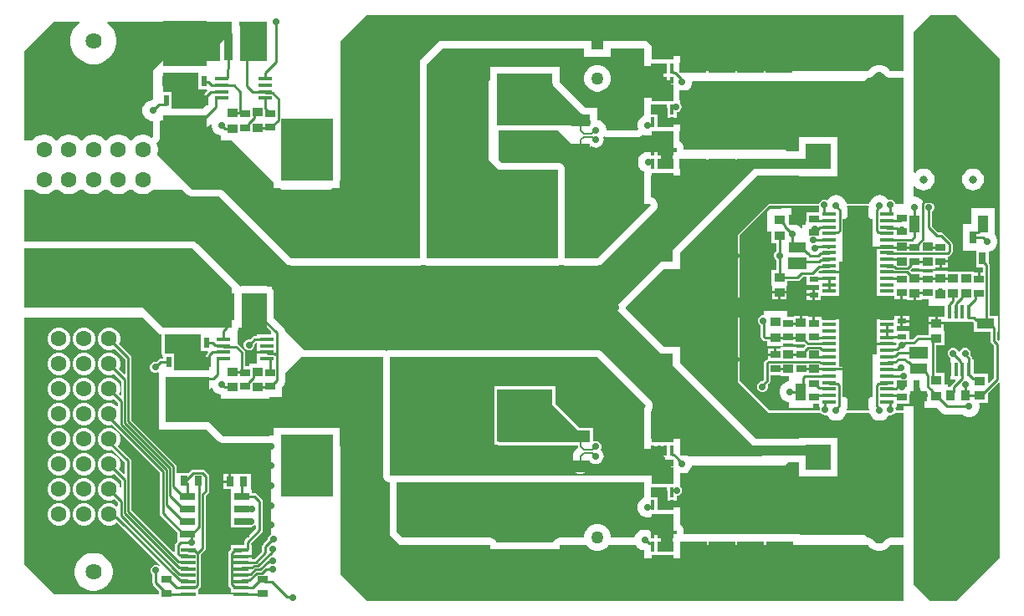
<source format=gtl>
G04*
G04 #@! TF.GenerationSoftware,Altium Limited,Altium Designer,22.9.1 (49)*
G04*
G04 Layer_Physical_Order=1*
G04 Layer_Color=255*
%FSLAX25Y25*%
%MOIN*%
G70*
G04*
G04 #@! TF.SameCoordinates,58640E65-FB78-4378-B78F-6D08F657F38D*
G04*
G04*
G04 #@! TF.FilePolarity,Positive*
G04*
G01*
G75*
%ADD21R,0.03858X0.03071*%
%ADD22R,0.06004X0.02559*%
%ADD23R,0.03071X0.03858*%
%ADD24R,0.05906X0.01713*%
%ADD25R,0.20787X0.25000*%
%ADD26R,0.22008X0.20984*%
%ADD27R,0.10709X0.04016*%
%ADD28R,0.07480X0.04724*%
%ADD29R,0.01339X0.03150*%
%ADD30R,0.01339X0.03937*%
%ADD31R,0.09016X0.06732*%
%ADD32R,0.01339X0.01968*%
%ADD33R,0.03937X0.03740*%
%ADD34R,0.05610X0.01772*%
%ADD35R,0.03622X0.11102*%
%ADD36R,0.01772X0.05807*%
%ADD37R,0.03937X0.03347*%
%ADD38R,0.05709X0.01772*%
%ADD39R,0.12008X0.29764*%
%ADD40R,0.07165X0.04016*%
%ADD41R,0.03347X0.03937*%
%ADD42R,0.07717X0.05039*%
%ADD43R,0.03701X0.02126*%
%ADD44R,0.09843X0.10080*%
%ADD45R,0.04016X0.07165*%
%ADD46R,0.02559X0.04921*%
%ADD71R,0.01968X0.04331*%
%ADD79C,0.03150*%
%ADD81R,0.17362X0.17913*%
%ADD82R,0.12598X0.04331*%
%ADD83C,0.01000*%
%ADD84C,0.00591*%
%ADD85C,0.03937*%
%ADD86C,0.07874*%
%ADD87R,0.05020X0.05020*%
%ADD88C,0.05020*%
%ADD89C,0.06319*%
%ADD90C,0.06398*%
%ADD91R,0.05020X0.05020*%
%ADD92C,0.02756*%
%ADD93C,0.23622*%
G36*
X250807Y221130D02*
Y214429D01*
X258484D01*
Y208976D01*
X260842D01*
X260870Y208955D01*
X261624Y208643D01*
X261713Y208554D01*
Y207723D01*
X261994Y206672D01*
X262264Y206205D01*
Y202227D01*
X262015Y202160D01*
X261923Y202107D01*
X261496Y201890D01*
X261496Y201890D01*
X261496Y201890D01*
X252087D01*
Y201890D01*
X250807D01*
Y194731D01*
X250789Y194726D01*
X249846Y194182D01*
X249076Y193412D01*
X248532Y192469D01*
X248250Y191418D01*
Y190330D01*
X248479Y189476D01*
X248181Y188976D01*
X236221D01*
X235827Y189370D01*
Y189422D01*
X235545Y190474D01*
X235001Y191416D01*
X234231Y192186D01*
X233289Y192730D01*
X232237Y193012D01*
X232185D01*
X232087Y193110D01*
Y198031D01*
X227165D01*
X217126Y208071D01*
Y214350D01*
X189606D01*
Y209291D01*
X188976Y208661D01*
Y177165D01*
X192913Y173228D01*
X216535D01*
Y137795D01*
X164197Y137795D01*
X164197Y215384D01*
X170443Y221630D01*
X227018Y221630D01*
Y218159D01*
X237549D01*
Y221630D01*
X250778D01*
X250807Y221130D01*
D02*
G37*
G36*
X100394Y216535D02*
X89784D01*
Y230630D01*
X89567D01*
Y232283D01*
X100394D01*
Y216535D01*
D02*
G37*
G36*
X86614Y225718D02*
X86198Y225440D01*
X86067Y225495D01*
X85216Y225607D01*
X84367Y225495D01*
X83574Y225167D01*
X82894Y224645D01*
X82372Y223965D01*
X82044Y223173D01*
X81932Y222323D01*
Y216483D01*
X59003D01*
X56073Y213554D01*
X56043D01*
Y213524D01*
X55118Y212598D01*
Y201483D01*
X55068Y201444D01*
X55068Y201444D01*
X54608Y200984D01*
X54574D01*
X53522Y200703D01*
X52580Y200158D01*
X51810Y199389D01*
X51266Y198446D01*
X50984Y197395D01*
Y196306D01*
X51266Y195255D01*
X51810Y194312D01*
X52580Y193543D01*
X53522Y192998D01*
X54574Y192717D01*
X55118D01*
Y186286D01*
X54618Y186019D01*
X53983Y186443D01*
X52907Y186889D01*
X51764Y187116D01*
X50599D01*
X49456Y186889D01*
X48379Y186443D01*
X47410Y185795D01*
X46654Y185039D01*
X45866D01*
X45109Y185795D01*
X44141Y186443D01*
X43064Y186889D01*
X41921Y187116D01*
X40756D01*
X39613Y186889D01*
X38537Y186443D01*
X37568Y185795D01*
X36812Y185039D01*
X36023D01*
X35267Y185795D01*
X34298Y186443D01*
X33222Y186889D01*
X32079Y187116D01*
X30913D01*
X29771Y186889D01*
X28694Y186443D01*
X27725Y185795D01*
X26969Y185039D01*
X26180D01*
X25424Y185795D01*
X24455Y186443D01*
X23379Y186889D01*
X22236Y187116D01*
X21071D01*
X19928Y186889D01*
X18852Y186443D01*
X17883Y185795D01*
X17127Y185039D01*
X16338D01*
X15582Y185795D01*
X14613Y186443D01*
X13536Y186889D01*
X12394Y187116D01*
X11228D01*
X10086Y186889D01*
X9009Y186443D01*
X8040Y185795D01*
X7284Y185039D01*
X3937D01*
Y220472D01*
X15748Y232283D01*
X25796D01*
X25941Y231805D01*
X25661Y231618D01*
X24386Y230343D01*
X23384Y228844D01*
X22694Y227178D01*
X22343Y225409D01*
Y223606D01*
X22694Y221838D01*
X23384Y220172D01*
X24386Y218673D01*
X25661Y217398D01*
X27160Y216396D01*
X28826Y215706D01*
X30595Y215354D01*
X32398D01*
X34166Y215706D01*
X35832Y216396D01*
X37331Y217398D01*
X38606Y218673D01*
X39608Y220172D01*
X40298Y221838D01*
X40650Y223606D01*
Y225409D01*
X40298Y227178D01*
X39608Y228844D01*
X38606Y230343D01*
X37331Y231618D01*
X37051Y231805D01*
X37196Y232283D01*
X86614D01*
Y225718D01*
D02*
G37*
G36*
X354331Y212598D02*
X348864D01*
X348702Y212879D01*
X347721Y213859D01*
X346521Y214553D01*
X345181Y214911D01*
X343795D01*
X342456Y214553D01*
X341255Y213859D01*
X340275Y212879D01*
X340113Y212598D01*
X266957D01*
X265434Y214121D01*
X265335Y214198D01*
Y218425D01*
X261496D01*
Y218425D01*
X257953D01*
X251969Y224410D01*
X169291Y224409D01*
X161417Y216535D01*
X161417Y137795D01*
X110236Y137795D01*
X82677Y165354D01*
X70866D01*
X56833Y179388D01*
X56869Y179475D01*
X57096Y180618D01*
Y181783D01*
X56869Y182926D01*
X56480Y183867D01*
X56508Y183879D01*
X56760Y184072D01*
X57018Y184257D01*
X57047Y184292D01*
X57084Y184320D01*
X57277Y184573D01*
X57479Y184818D01*
X57498Y184860D01*
X57525Y184896D01*
X57647Y185189D01*
X57778Y185479D01*
X57786Y185524D01*
X57803Y185566D01*
X57845Y185881D01*
X57896Y186195D01*
X57892Y186240D01*
X57898Y186286D01*
Y192717D01*
X58070Y192913D01*
X68836D01*
X69028Y192451D01*
X65788Y189212D01*
X65266Y188532D01*
X64938Y187740D01*
X64826Y186890D01*
X64938Y186040D01*
X65266Y185248D01*
X65788Y184568D01*
X66468Y184046D01*
X67260Y183718D01*
X68110Y183606D01*
X68960Y183718D01*
X69752Y184046D01*
X70432Y184568D01*
X75575Y189710D01*
X75811Y189741D01*
X76603Y190069D01*
X77283Y190591D01*
X78043Y191352D01*
X78543Y191145D01*
Y190401D01*
X78825Y189349D01*
X79369Y188407D01*
X80139Y187637D01*
X81082Y187093D01*
X82133Y186811D01*
X82224D01*
Y185020D01*
X86634D01*
X103307Y168347D01*
Y165847D01*
X105807D01*
X106299Y165354D01*
X125984D01*
X126476Y165847D01*
X129606D01*
Y168976D01*
X129921Y169291D01*
Y224410D01*
X140551Y235039D01*
X354331D01*
Y212598D01*
D02*
G37*
G36*
X345448Y211962D02*
X346015Y211635D01*
X346507Y211142D01*
X346898Y210633D01*
X347474Y210191D01*
X348144Y209913D01*
X348864Y209819D01*
X354331D01*
Y159449D01*
X351145D01*
X351048Y159937D01*
X350569Y160653D01*
X349853Y161132D01*
X349008Y161300D01*
X348208Y161141D01*
X347628Y161897D01*
X346764Y162560D01*
X345759Y162976D01*
X344679Y163118D01*
X343600Y162976D01*
X342595Y162560D01*
X341731Y161897D01*
X341069Y161034D01*
X340652Y160028D01*
X340576Y159449D01*
X331474D01*
X331398Y160028D01*
X330981Y161034D01*
X330318Y161897D01*
X329455Y162560D01*
X328449Y162976D01*
X327370Y163118D01*
X326291Y162976D01*
X325285Y162560D01*
X324422Y161897D01*
X323759Y161034D01*
X323670Y161007D01*
X323483Y161132D01*
X322638Y161300D01*
X321793Y161132D01*
X321077Y160653D01*
X320598Y159937D01*
X320501Y159449D01*
X300394D01*
X288189Y147244D01*
Y88583D01*
X300394Y76378D01*
X321145D01*
X321482Y75874D01*
X322198Y75395D01*
X323043Y75227D01*
X323683Y75355D01*
X323759Y75171D01*
X324422Y74308D01*
X325285Y73645D01*
X326291Y73229D01*
X327370Y73086D01*
X328449Y73229D01*
X329455Y73645D01*
X330318Y74308D01*
X330981Y75171D01*
X331398Y76177D01*
X331424Y76378D01*
X340639D01*
X340666Y76177D01*
X341082Y75171D01*
X341745Y74308D01*
X342608Y73645D01*
X343614Y73229D01*
X344693Y73086D01*
X345772Y73229D01*
X346778Y73645D01*
X347641Y74308D01*
X348304Y75171D01*
X348380Y75356D01*
X349020Y75228D01*
X349865Y75397D01*
X350581Y75875D01*
X350917Y76378D01*
X354331D01*
Y26402D01*
X348864D01*
X348144Y26307D01*
X347474Y26029D01*
X346898Y25588D01*
X346507Y25078D01*
X346015Y24586D01*
X345448Y24258D01*
X344815Y24089D01*
X344161D01*
X343529Y24258D01*
X342962Y24586D01*
X342469Y25078D01*
X342078Y25588D01*
X341502Y26029D01*
X340832Y26307D01*
X340113Y26402D01*
X339740D01*
X338583Y27559D01*
X312835D01*
Y27795D01*
X266559D01*
Y29291D01*
X266464Y30011D01*
X266187Y30681D01*
X265745Y31257D01*
X265335Y31572D01*
Y38721D01*
X256083D01*
Y42598D01*
X253587D01*
Y45256D01*
X260059D01*
Y41378D01*
X263760D01*
Y43052D01*
X263779Y43068D01*
X264624Y43236D01*
X265341Y43714D01*
X265819Y44431D01*
X265987Y45276D01*
X265819Y46121D01*
X265341Y46837D01*
X265335Y46841D01*
Y51315D01*
X265711Y51645D01*
X265740Y51641D01*
X266819Y51783D01*
X267825Y52200D01*
X268689Y52862D01*
X269351Y53726D01*
X269768Y54731D01*
X269818Y55118D01*
X307087D01*
X308384Y56416D01*
X312402D01*
Y50756D01*
X327756D01*
Y66348D01*
X312402D01*
Y65984D01*
X304735D01*
X304724Y65986D01*
X295426D01*
X265108Y96303D01*
Y102707D01*
X258705D01*
X243608Y117804D01*
X243660Y118201D01*
X243629Y118438D01*
X258705Y133514D01*
X265108D01*
Y139917D01*
X296016Y170825D01*
X304626D01*
X304637Y170827D01*
X312402D01*
Y170660D01*
X327756D01*
Y186252D01*
X312402D01*
Y180395D01*
X307794D01*
X307087Y181102D01*
X266559D01*
Y181850D01*
X266464Y182570D01*
X266187Y183240D01*
X265745Y183816D01*
X265335Y184131D01*
Y191358D01*
X256083D01*
Y195236D01*
X253587D01*
Y197894D01*
X260059D01*
Y194016D01*
X263760D01*
Y196130D01*
X264456Y196268D01*
X265172Y196747D01*
X265651Y197463D01*
X265819Y198308D01*
X265651Y199153D01*
X265335Y199626D01*
Y203786D01*
X265711Y204116D01*
X265846Y204098D01*
X266926Y204240D01*
X267931Y204657D01*
X268795Y205319D01*
X269457Y206183D01*
X269874Y207189D01*
X270016Y208268D01*
X270014Y208285D01*
X270343Y208661D01*
X338583D01*
X339740Y209819D01*
X340113D01*
X340832Y209913D01*
X341502Y210191D01*
X342078Y210633D01*
X342469Y211142D01*
X342962Y211635D01*
X343529Y211962D01*
X344161Y212132D01*
X344815D01*
X345448Y211962D01*
D02*
G37*
G36*
X73248Y211979D02*
Y205286D01*
X76707D01*
X76884Y204786D01*
X75737Y203639D01*
X75453Y203213D01*
X75424Y203067D01*
X74456Y202100D01*
X70866D01*
X70364Y202000D01*
X69938Y201716D01*
X69653Y201290D01*
X69554Y200787D01*
X69653Y200285D01*
X69938Y199859D01*
X70364Y199575D01*
X70866Y199475D01*
X75000D01*
X75502Y199575D01*
X75928Y199859D01*
X76520Y200451D01*
X76982Y200259D01*
Y199579D01*
X74844Y197441D01*
X63217D01*
X62717Y197441D01*
Y204134D01*
X59055D01*
Y211979D01*
X72748D01*
X73248Y211979D01*
D02*
G37*
G36*
X214346Y208071D02*
X214346Y208071D01*
X214441Y207351D01*
X214719Y206681D01*
X215160Y206105D01*
X225200Y196066D01*
X225776Y195624D01*
X226446Y195346D01*
X227165Y195252D01*
X229307D01*
Y193110D01*
X229307Y193110D01*
X229402Y192391D01*
X229554Y192023D01*
X229703Y191543D01*
X229168Y191133D01*
X228820Y191242D01*
X228665Y191361D01*
X228563Y192135D01*
X228256Y192877D01*
X227767Y193515D01*
X227129Y194004D01*
X226387Y194311D01*
X225590Y194416D01*
X224794Y194311D01*
X224052Y194004D01*
X223414Y193515D01*
X222925Y192877D01*
X222618Y192135D01*
X222513Y191339D01*
Y190945D01*
X192913D01*
Y211571D01*
X214346D01*
Y208071D01*
D02*
G37*
G36*
X222584Y182928D02*
X222618Y182668D01*
X222925Y181926D01*
X223414Y181288D01*
X224052Y180799D01*
X224794Y180492D01*
X225590Y180387D01*
X226387Y180492D01*
X227129Y180799D01*
X227524Y181102D01*
X228346D01*
X229803Y182559D01*
X229995Y182411D01*
X230737Y182103D01*
X231534Y181999D01*
X231534Y181999D01*
X231715D01*
X232512Y182103D01*
X233254Y182411D01*
X233892Y182900D01*
X234381Y183537D01*
X234688Y184280D01*
X234793Y185076D01*
X234688Y185872D01*
X234568Y186161D01*
X234619Y186240D01*
X234963Y186514D01*
X235501Y186291D01*
X236221Y186197D01*
X248181D01*
X248523Y186242D01*
X248865Y186282D01*
X248882Y186289D01*
X248901Y186291D01*
X249219Y186423D01*
X249539Y186551D01*
X249554Y186562D01*
X249571Y186569D01*
X249845Y186779D01*
X250121Y186985D01*
X250132Y186999D01*
X250147Y187011D01*
X250350Y187275D01*
X250789Y187022D01*
X251840Y186740D01*
X252928D01*
X253980Y187022D01*
X254211Y187155D01*
X254646Y187362D01*
X254646Y187362D01*
X254646Y187362D01*
X262264D01*
Y181850D01*
X263779D01*
Y180354D01*
X262264D01*
Y174823D01*
X257658D01*
Y180276D01*
X253321D01*
X253115Y180331D01*
X252027D01*
X251821Y180276D01*
X250807D01*
Y179952D01*
X250033Y179505D01*
X249263Y178735D01*
X248719Y177793D01*
X248437Y176741D01*
Y175653D01*
X248719Y174601D01*
X249263Y173659D01*
X250033Y172889D01*
X250807Y172442D01*
Y170827D01*
Y162579D01*
Y159449D01*
X253284D01*
X253475Y158987D01*
X232283Y137795D01*
X219315D01*
Y173228D01*
X219220Y173948D01*
X218943Y174618D01*
X218501Y175194D01*
X217925Y175636D01*
X217255Y175913D01*
X216535Y176008D01*
X194065D01*
X192913Y177159D01*
Y188976D01*
X216535D01*
X222584Y182928D01*
D02*
G37*
G36*
X297963Y176703D02*
X239370Y118110D01*
X297963Y59517D01*
X297772Y59055D01*
X268342D01*
X268278Y59118D01*
X267336Y59663D01*
X266962Y59763D01*
X266937Y59823D01*
X266415Y60503D01*
X265335Y61583D01*
Y65787D01*
X261496D01*
Y65787D01*
X253587D01*
Y68504D01*
Y76247D01*
X253669Y76446D01*
X253750Y77059D01*
X253856Y77456D01*
X254008Y77718D01*
X254286Y78389D01*
X254380Y79108D01*
X254286Y79828D01*
X254008Y80498D01*
X253566Y81074D01*
X251969Y82671D01*
Y82677D01*
X236221Y98425D01*
X236214D01*
X234249Y100391D01*
X233673Y100832D01*
X233003Y101110D01*
X232283Y101205D01*
X149606D01*
X148887Y101110D01*
X148216Y100832D01*
X147546Y101110D01*
X146827Y101205D01*
X115331D01*
X107805Y108730D01*
X107774Y108964D01*
X107446Y109756D01*
X106924Y110436D01*
X106924Y110436D01*
X103173Y114187D01*
Y124016D01*
X103079Y124735D01*
X102801Y125406D01*
X102618Y125644D01*
Y126713D01*
X101023D01*
X100394Y126795D01*
X90492D01*
X89863Y126713D01*
X89823D01*
X74803Y141732D01*
X74797D01*
X72832Y143698D01*
X72256Y144140D01*
X71586Y144417D01*
X70866Y144512D01*
X3937D01*
Y165354D01*
X7481D01*
X8040Y164795D01*
X9009Y164148D01*
X10086Y163702D01*
X11228Y163474D01*
X12394D01*
X13536Y163702D01*
X14613Y164148D01*
X15582Y164795D01*
X16141Y165354D01*
X17323D01*
X17883Y164795D01*
X18852Y164148D01*
X19928Y163702D01*
X21071Y163474D01*
X22236D01*
X23379Y163702D01*
X24455Y164148D01*
X25424Y164795D01*
X25984Y165354D01*
X27166D01*
X27725Y164795D01*
X28694Y164148D01*
X29771Y163702D01*
X30913Y163474D01*
X32079D01*
X33222Y163702D01*
X34298Y164148D01*
X35267Y164795D01*
X35826Y165354D01*
X37008D01*
X37568Y164795D01*
X38537Y164148D01*
X39613Y163702D01*
X40756Y163474D01*
X41921D01*
X43064Y163702D01*
X44141Y164148D01*
X45109Y164795D01*
X45669Y165354D01*
X46851D01*
X47410Y164795D01*
X48379Y164148D01*
X49456Y163702D01*
X50599Y163474D01*
X51764D01*
X52907Y163702D01*
X53983Y164148D01*
X54952Y164795D01*
X55511Y165354D01*
X66935D01*
X68901Y163389D01*
X69476Y162947D01*
X70147Y162669D01*
X70866Y162575D01*
X81526D01*
X108271Y135830D01*
X108846Y135388D01*
X109517Y135110D01*
X110236Y135016D01*
X161417Y135016D01*
X162137Y135110D01*
X162807Y135388D01*
X163478Y135110D01*
X164197Y135016D01*
X216535Y135016D01*
X217255Y135110D01*
X217925Y135388D01*
X218596Y135110D01*
X219315Y135016D01*
X232283D01*
X232283Y135016D01*
X233003Y135110D01*
X233673Y135388D01*
X234249Y135830D01*
X236215Y137795D01*
X236221D01*
X251969Y153543D01*
Y153549D01*
X255441Y157021D01*
X255552Y157166D01*
X255680Y157295D01*
X255771Y157452D01*
X255882Y157597D01*
X255952Y157765D01*
X256043Y157923D01*
X256090Y158099D01*
X256160Y158267D01*
X256184Y158448D01*
X256231Y158624D01*
Y158806D01*
X256255Y158987D01*
X256231Y159168D01*
Y159350D01*
X256184Y159526D01*
X256160Y159706D01*
X256090Y159875D01*
X256043Y160051D01*
X255852Y160513D01*
X255761Y160670D01*
X255691Y160839D01*
X255580Y160983D01*
X255489Y161141D01*
X255360Y161270D01*
X255249Y161414D01*
X255105Y161525D01*
X254976Y161654D01*
X254818Y161745D01*
X254674Y161856D01*
X254505Y161926D01*
X254347Y162017D01*
X254171Y162064D01*
X254003Y162134D01*
X253823Y162158D01*
X253647Y162205D01*
X253587D01*
Y170827D01*
X254646D01*
Y170827D01*
X264055D01*
Y170827D01*
X265335D01*
Y177165D01*
X297772D01*
X297963Y176703D01*
D02*
G37*
G36*
X392520Y217664D02*
Y159449D01*
Y157480D01*
X392520D01*
X392520Y105187D01*
X392020Y104980D01*
X391403Y105597D01*
Y108622D01*
X391772D01*
Y115000D01*
X388417D01*
Y135336D01*
X388317Y135838D01*
X388090Y136178D01*
Y140519D01*
X389115Y140794D01*
X390058Y141338D01*
X390828Y142107D01*
X391372Y143050D01*
X391653Y144101D01*
Y145190D01*
X391372Y146241D01*
X390828Y147184D01*
X390591Y147421D01*
Y157480D01*
Y157913D01*
X381063D01*
Y157480D01*
Y151476D01*
X377854D01*
Y141043D01*
X383169D01*
Y134350D01*
X385792D01*
Y132063D01*
X384752D01*
Y129528D01*
X383752D01*
Y132063D01*
X382283D01*
Y132579D01*
X372047D01*
Y132972D01*
X365748D01*
Y132335D01*
X361811D01*
Y132579D01*
X357368D01*
X356882Y133065D01*
X357349Y133533D01*
X357372Y133567D01*
X357793Y133988D01*
X360638D01*
Y133654D01*
X366937D01*
Y134169D01*
X368406D01*
Y136705D01*
X368905D01*
Y137205D01*
X371835D01*
Y138485D01*
X372244Y138567D01*
X372670Y138851D01*
X373369Y139550D01*
X373654Y139976D01*
X373754Y140479D01*
Y143528D01*
X373654Y144030D01*
X373369Y144456D01*
X370047Y147778D01*
X369621Y148063D01*
X369119Y148163D01*
X367998D01*
X365486Y150675D01*
Y156436D01*
X366080Y157030D01*
X366409Y157826D01*
Y157826D01*
Y158449D01*
Y158687D01*
X366094Y159449D01*
X366052D01*
X365926Y159637D01*
X365624Y159939D01*
X365270Y160176D01*
X364876Y160339D01*
X364457Y160422D01*
X364031D01*
X363613Y160339D01*
X363218Y160176D01*
X362959Y160002D01*
X362587Y160097D01*
X362355Y160137D01*
X362106Y160569D01*
X361776Y160999D01*
X361393Y161382D01*
X360963Y161712D01*
X360494Y161983D01*
X359741Y162295D01*
X358661Y162437D01*
X358644Y162435D01*
X358268Y162765D01*
Y166486D01*
X358768Y166656D01*
X359116Y166202D01*
X360020Y165508D01*
X361074Y165072D01*
X362205Y164923D01*
X363335Y165072D01*
X364389Y165508D01*
X365294Y166202D01*
X365988Y167107D01*
X366424Y168161D01*
X366573Y169291D01*
X366424Y170422D01*
X365988Y171476D01*
X365294Y172380D01*
X364389Y173074D01*
X363335Y173511D01*
X362205Y173660D01*
X361074Y173511D01*
X360020Y173074D01*
X359116Y172380D01*
X358768Y171927D01*
X358268Y172097D01*
Y228346D01*
X364961Y235039D01*
X375144D01*
X392520Y217664D01*
D02*
G37*
G36*
X320472Y158949D02*
Y158661D01*
X320717Y158071D01*
X320480Y157571D01*
X320480D01*
Y156350D01*
X315402D01*
Y152413D01*
X313827D01*
Y150005D01*
X313327Y149871D01*
X313150Y150176D01*
X312381Y150946D01*
X311438Y151490D01*
X310387Y151772D01*
X310353D01*
X310099Y152026D01*
X309793Y152764D01*
X309457Y153202D01*
Y157866D01*
X300306D01*
X300098Y158366D01*
X300681Y158949D01*
X320472Y158949D01*
D02*
G37*
G36*
X340070D02*
X340404Y158449D01*
X340233Y158036D01*
X340122Y157186D01*
X340122Y157186D01*
Y148967D01*
X340122Y148967D01*
X340233Y148117D01*
X340562Y147325D01*
X341083Y146645D01*
X341838Y145890D01*
X341937Y145814D01*
Y141626D01*
X343512D01*
Y138083D01*
Y135524D01*
Y132965D01*
Y130405D01*
Y127847D01*
Y125287D01*
Y122728D01*
X350622D01*
Y121571D01*
X353051D01*
Y124106D01*
X354051D01*
Y121571D01*
X355693D01*
Y121146D01*
X358161D01*
Y123819D01*
X359161D01*
Y121146D01*
X361630D01*
Y121571D01*
X364173D01*
Y118996D01*
X370472D01*
Y115003D01*
X370299Y114575D01*
X369972Y114575D01*
X367831D01*
Y112402D01*
X370392D01*
X370473Y112600D01*
X370799Y112600D01*
X381854D01*
X382244Y112211D01*
Y108622D01*
X388778D01*
Y105053D01*
X388878Y104551D01*
X389162Y104125D01*
X390248Y103039D01*
Y90235D01*
X388257Y88243D01*
X387795Y88435D01*
Y91831D01*
X382283D01*
Y97636D01*
X381529D01*
Y98049D01*
X381429Y98551D01*
X381145Y98977D01*
X380802Y99319D01*
X380906Y99569D01*
Y100431D01*
X380576Y101227D01*
X379967Y101836D01*
X379171Y102165D01*
X378309D01*
X377514Y101836D01*
X376905Y101227D01*
X376589Y100466D01*
X376403Y100443D01*
X376089Y100466D01*
X375783Y101204D01*
X375174Y101813D01*
X374379Y102143D01*
X373517D01*
X372721Y101813D01*
X372112Y101204D01*
X371782Y100408D01*
Y99547D01*
X372112Y98751D01*
X372721Y98142D01*
X372861Y98084D01*
X373031Y97636D01*
X373031Y97636D01*
X373031Y97636D01*
Y89467D01*
X374752D01*
X374944Y89005D01*
X373277Y87338D01*
X372992Y86912D01*
X372894Y86417D01*
X372047D01*
Y87500D01*
X370472D01*
Y92224D01*
X367091D01*
X367069Y92279D01*
Y103142D01*
X370480D01*
Y108803D01*
X370480Y108850D01*
X370299Y109275D01*
X370299Y109350D01*
Y111402D01*
X364362D01*
X364362Y109275D01*
X364181Y108850D01*
X364181Y108803D01*
Y107309D01*
X360100D01*
X359598Y107209D01*
X359172Y106924D01*
X357812Y105564D01*
X356583D01*
Y108831D01*
X351583D01*
Y110823D01*
X353051D01*
Y112886D01*
Y114949D01*
X350701D01*
Y113476D01*
X343512D01*
Y109343D01*
Y106783D01*
Y104225D01*
X351104D01*
X351438Y103724D01*
X351378Y103580D01*
Y103316D01*
X351302Y103240D01*
X343512D01*
Y99697D01*
X341937D01*
Y92413D01*
Y90391D01*
X341838Y90314D01*
X341083Y89560D01*
X340562Y88880D01*
X340233Y88088D01*
X340122Y87238D01*
X340122Y87238D01*
Y79019D01*
X340122Y79018D01*
X340233Y78168D01*
X340486Y77559D01*
X340229Y77059D01*
X331834D01*
X331577Y77559D01*
X331830Y78168D01*
X331942Y79018D01*
X331942Y79019D01*
Y87238D01*
X331942Y87238D01*
X331830Y88088D01*
X331502Y88880D01*
X330980Y89560D01*
X330225Y90314D01*
X330126Y90391D01*
Y94579D01*
X328551D01*
Y99106D01*
Y101665D01*
Y104225D01*
Y106783D01*
Y109343D01*
Y113476D01*
X321433D01*
Y114543D01*
X319004D01*
Y112008D01*
X318004D01*
Y114543D01*
X316354D01*
Y114878D01*
X313886D01*
Y112205D01*
X312886D01*
Y114878D01*
X310417D01*
Y114543D01*
X307874D01*
Y117028D01*
X298425D01*
Y115157D01*
X297914D01*
X297118Y114828D01*
X296509Y114219D01*
X296179Y113423D01*
Y112561D01*
X296509Y111766D01*
X297118Y111156D01*
X297309Y111077D01*
Y106688D01*
X297409Y106186D01*
X297694Y105760D01*
X298280Y105174D01*
X298706Y104890D01*
X299208Y104790D01*
X300000D01*
Y103051D01*
X306299D01*
Y103779D01*
X310236D01*
Y103445D01*
X314679D01*
X315059Y103065D01*
X314210Y102217D01*
X311425D01*
Y102551D01*
X305126D01*
Y102035D01*
X303658D01*
Y99500D01*
X303157D01*
Y99000D01*
X300228D01*
Y97710D01*
X299865Y97638D01*
X299439Y97353D01*
X298853Y96768D01*
X298569Y96342D01*
X298469Y95839D01*
Y89383D01*
X297865Y88779D01*
X297601D01*
X296805Y88450D01*
X296196Y87841D01*
X295866Y87045D01*
Y86184D01*
X296196Y85388D01*
X296805Y84778D01*
X297601Y84449D01*
X298462D01*
X299258Y84778D01*
X299867Y85388D01*
X300197Y86184D01*
Y87045D01*
X300093Y87295D01*
X300710Y87911D01*
X300994Y88337D01*
X301094Y88840D01*
Y91272D01*
X305126D01*
Y90937D01*
X308184D01*
X308622Y90787D01*
Y88779D01*
X308381D01*
X307330Y88498D01*
X306387Y87954D01*
X305617Y87184D01*
X305073Y86241D01*
X304791Y85190D01*
Y84101D01*
X305073Y83050D01*
X305617Y82107D01*
X306387Y81338D01*
X307330Y80793D01*
X308381Y80512D01*
X308622D01*
Y78110D01*
X318150D01*
Y79764D01*
X320480D01*
Y78634D01*
X320746D01*
X321024Y78218D01*
X320878Y77866D01*
Y77059D01*
X300894D01*
X288976Y88976D01*
Y147244D01*
X299508Y157776D01*
X300008Y157569D01*
Y148614D01*
X301583D01*
Y143890D01*
X303412D01*
Y140726D01*
X302889Y140203D01*
X302559Y139407D01*
Y138546D01*
X302889Y137750D01*
X303412Y137227D01*
Y133063D01*
X301583D01*
Y127401D01*
X301583Y127354D01*
X301764Y126929D01*
X301764Y126854D01*
Y124803D01*
X304732D01*
X307701D01*
X307701Y126929D01*
X307882Y127354D01*
X307882Y127401D01*
Y128896D01*
X311963D01*
X312465Y128996D01*
X312891Y129280D01*
X314187Y130577D01*
X315480D01*
Y127374D01*
X320480D01*
Y125382D01*
X319012D01*
Y123319D01*
Y121256D01*
X321362D01*
Y122728D01*
X328551D01*
Y125287D01*
Y127847D01*
Y131980D01*
X320480D01*
X320436Y132008D01*
X320364Y132644D01*
X320685Y132965D01*
X328551D01*
Y136508D01*
X330126D01*
Y139067D01*
Y141626D01*
Y145814D01*
X330225Y145890D01*
X331062Y146727D01*
X331062Y146727D01*
X331584Y147407D01*
X331912Y148199D01*
X332024Y149049D01*
X332024Y149049D01*
Y157104D01*
X332024Y157104D01*
X331912Y157954D01*
X331707Y158449D01*
X331778Y158633D01*
X332034Y158949D01*
X340070D01*
D02*
G37*
G36*
X86614Y125984D02*
Y110236D01*
X75018D01*
X74952Y110264D01*
X74952Y110264D01*
X74952Y110264D01*
X74580Y110313D01*
X74232Y110358D01*
X73732Y110358D01*
X73732Y110358D01*
X73732Y110358D01*
X59842D01*
X59123Y110264D01*
X59057Y110236D01*
X59055D01*
X51181Y118110D01*
X3937D01*
Y141732D01*
X70866D01*
X86614Y125984D01*
D02*
G37*
G36*
X100394Y110467D02*
X102126Y108734D01*
Y107579D01*
X96711D01*
Y106824D01*
X95669D01*
X95167Y106725D01*
X94741Y106440D01*
X93813Y105512D01*
X93073D01*
X92277Y105182D01*
X91668Y104573D01*
X91339Y103777D01*
Y102916D01*
X91668Y102120D01*
X92277Y101511D01*
X93073Y101181D01*
X93935D01*
X94731Y101511D01*
X95340Y102120D01*
X95669Y102916D01*
Y103656D01*
X96211Y104197D01*
X96711Y104193D01*
Y100886D01*
X99088D01*
X99405Y100499D01*
X99384Y100394D01*
X99405Y100288D01*
X99088Y99902D01*
X96711D01*
Y95768D01*
X96211Y95768D01*
X93701D01*
Y95039D01*
X91864D01*
Y100394D01*
X91764Y100896D01*
X91479Y101322D01*
X89306Y103495D01*
X88880Y103780D01*
X88841Y103788D01*
Y108611D01*
X89021Y108846D01*
X89299Y109517D01*
X89376Y110098D01*
X90492D01*
Y114173D01*
Y124016D01*
X100394D01*
Y110467D01*
D02*
G37*
G36*
X74232Y107579D02*
Y100886D01*
X76957D01*
X77148Y100424D01*
X76722Y99997D01*
X76437Y99571D01*
X76337Y99069D01*
Y98666D01*
X75441Y97769D01*
X71850D01*
X71348Y97669D01*
X70922Y97385D01*
X70638Y96959D01*
X70538Y96457D01*
X70638Y95954D01*
X70922Y95529D01*
X71348Y95244D01*
X71850Y95144D01*
X75984D01*
X76487Y95244D01*
X76912Y95529D01*
X77228Y95845D01*
X77690Y95653D01*
Y93138D01*
X77217D01*
X77003Y93110D01*
X64201D01*
X63701Y93110D01*
Y99803D01*
X59842D01*
Y106339D01*
Y107579D01*
X73732D01*
X74232Y107579D01*
D02*
G37*
G36*
X146827Y51181D02*
X146921Y50462D01*
X147199Y49791D01*
X147641Y49216D01*
X148216Y48774D01*
X148887Y48496D01*
X149606Y48401D01*
Y27559D01*
X153543Y23622D01*
X175591D01*
Y23622D01*
X189606D01*
Y21890D01*
X217126D01*
Y23622D01*
X227908Y23622D01*
X228070Y23342D01*
X229050Y22361D01*
X230251Y21668D01*
X231590Y21309D01*
X232977D01*
X234316Y21668D01*
X235517Y22361D01*
X236497Y23342D01*
X236659Y23622D01*
X247412D01*
X247752Y23033D01*
X248521Y22263D01*
X249464Y21719D01*
X250516Y21437D01*
X250807D01*
Y18189D01*
X254646D01*
Y18189D01*
X264055D01*
Y18189D01*
X265335D01*
Y23347D01*
Y23622D01*
X340113D01*
X340275Y23342D01*
X341255Y22361D01*
X342456Y21668D01*
X343795Y21309D01*
X345181D01*
X346521Y21668D01*
X347721Y22361D01*
X348702Y23342D01*
X348864Y23622D01*
X354331D01*
Y1181D01*
X177165D01*
Y1181D01*
X140551D01*
X129921Y11811D01*
Y62992D01*
X129606Y63307D01*
Y70374D01*
X103307D01*
Y67429D01*
X102910Y67125D01*
X102906Y67126D01*
X101818D01*
X101083Y66929D01*
X83228D01*
X77539Y72618D01*
X77520D01*
Y85513D01*
X78244Y86238D01*
X78802Y86089D01*
X78825Y86003D01*
X79369Y85060D01*
X80139Y84290D01*
X81082Y83746D01*
X82133Y83465D01*
X82284D01*
Y81791D01*
X91732D01*
Y81791D01*
X92126D01*
Y81791D01*
X101575D01*
Y82520D01*
X106457D01*
Y86458D01*
X106924Y86926D01*
X106924Y86926D01*
X107446Y87606D01*
X107774Y88398D01*
X107886Y89248D01*
Y92138D01*
X114173Y98425D01*
X146827D01*
Y51181D01*
D02*
G37*
G36*
X251601Y79108D02*
X251266Y78529D01*
X250984Y77477D01*
Y77165D01*
X250807D01*
Y68504D01*
Y61791D01*
X258484D01*
Y56339D01*
X261229D01*
X261249Y56291D01*
X261606Y55825D01*
Y55266D01*
X261888Y54215D01*
X262362Y53394D01*
Y51181D01*
X149606D01*
Y98425D01*
X232283D01*
X251601Y79108D01*
D02*
G37*
G36*
X250807Y45256D02*
Y42446D01*
X250767Y42435D01*
X249824Y41891D01*
X249054Y41121D01*
X248510Y40178D01*
X248228Y39127D01*
Y38039D01*
X248510Y36987D01*
X249054Y36044D01*
X249824Y35275D01*
X250767Y34730D01*
X251818Y34449D01*
X252906D01*
X253935Y34724D01*
X254646D01*
Y34724D01*
X262362D01*
Y29291D01*
X263779D01*
Y27795D01*
X262362D01*
Y22185D01*
X257658D01*
Y27638D01*
X254640D01*
X254368Y28109D01*
X253598Y28879D01*
X252655Y29423D01*
X251604Y29705D01*
X250516D01*
X249464Y29423D01*
X248521Y28879D01*
X247752Y28109D01*
X247208Y27167D01*
X247003Y26402D01*
X237549D01*
Y27268D01*
X237190Y28607D01*
X236497Y29808D01*
X235517Y30788D01*
X234316Y31482D01*
X232977Y31841D01*
X231590D01*
X230251Y31482D01*
X229050Y30788D01*
X228070Y29808D01*
X227377Y28607D01*
X227018Y27268D01*
Y26402D01*
X217126Y26402D01*
X216406Y26307D01*
X215736Y26029D01*
X215160Y25588D01*
X214719Y25012D01*
X214577Y24669D01*
X192155D01*
X192014Y25012D01*
X191572Y25588D01*
X190996Y26029D01*
X190326Y26307D01*
X189606Y26402D01*
X175591D01*
X175591Y26402D01*
X154695D01*
X152386Y28710D01*
Y48401D01*
X250807D01*
Y45256D01*
D02*
G37*
G36*
X57090Y108271D02*
X57241Y108154D01*
X57364Y108031D01*
X57461Y107975D01*
Y107579D01*
X58269D01*
X58336Y107551D01*
X58519Y107527D01*
X58602Y107505D01*
Y100886D01*
X58638D01*
Y99803D01*
X58730Y99342D01*
X58991Y98952D01*
X59370Y98698D01*
Y97769D01*
X58071D01*
X57569Y97669D01*
X57143Y97385D01*
X56411Y96653D01*
X55672D01*
X54876Y96324D01*
X54267Y95715D01*
X53937Y94919D01*
Y94058D01*
X54267Y93262D01*
X54876Y92652D01*
X55672Y92323D01*
X56533D01*
X57098Y92557D01*
X57598Y92269D01*
Y69685D01*
X76541D01*
X81263Y64964D01*
X81839Y64522D01*
X82509Y64244D01*
X83228Y64149D01*
X101083D01*
X101626Y64221D01*
X102126Y63897D01*
Y27708D01*
X101986Y27650D01*
X101377Y27041D01*
X101047Y26245D01*
Y25946D01*
X99072Y23971D01*
X98787Y23545D01*
X98687Y23043D01*
Y21016D01*
X95519Y17848D01*
X94488D01*
Y18581D01*
X87813D01*
Y19506D01*
X94488D01*
Y23581D01*
X94120D01*
Y24153D01*
X98566Y28599D01*
X98851Y29025D01*
X98950Y29528D01*
Y40945D01*
X98851Y41447D01*
X98566Y41873D01*
X96578Y43861D01*
X96152Y44146D01*
X95650Y44246D01*
X94585D01*
Y45394D01*
X94425D01*
X94055Y45709D01*
Y51929D01*
X88787D01*
X88622Y51929D01*
X88197Y51748D01*
X88122Y51748D01*
X86327D01*
Y48819D01*
X85827D01*
Y48319D01*
X83291D01*
Y45890D01*
X86209D01*
X86219Y45394D01*
X86219Y45390D01*
Y40472D01*
X86219D01*
Y40394D01*
X86219D01*
Y35894D01*
X86219Y35472D01*
X86219Y34972D01*
Y30472D01*
X94585D01*
Y30768D01*
X95380Y31097D01*
X95825Y31543D01*
X96325Y31335D01*
Y30071D01*
X91879Y25625D01*
X91594Y25199D01*
X91495Y24697D01*
Y23581D01*
X86221D01*
Y21854D01*
X85572Y21205D01*
X85287Y20779D01*
X85187Y20277D01*
Y7818D01*
X85287Y7315D01*
X85572Y6889D01*
X86221Y6241D01*
Y4506D01*
X88275D01*
X88591Y4006D01*
X88559Y3937D01*
X73228D01*
Y5929D01*
X73291Y5971D01*
X73877Y6557D01*
X74161Y6983D01*
X74261Y7485D01*
Y19738D01*
X75944Y21420D01*
X76228Y21846D01*
X76328Y22348D01*
Y43157D01*
X77306Y44135D01*
X77591Y44561D01*
X77691Y45063D01*
Y50803D01*
X77591Y51305D01*
X77306Y51731D01*
X76065Y52972D01*
X76020Y53002D01*
X75731Y53290D01*
X75305Y53575D01*
X74803Y53675D01*
X71260D01*
X70758Y53575D01*
X70332Y53290D01*
X69364Y52323D01*
X65000D01*
X64698Y52698D01*
Y54724D01*
X64599Y55227D01*
X64314Y55653D01*
X46681Y73286D01*
Y98155D01*
X46581Y98658D01*
X46296Y99084D01*
X41602Y103778D01*
X41761Y104053D01*
X42057Y105157D01*
Y106300D01*
X41761Y107404D01*
X41190Y108394D01*
X40382Y109202D01*
X39392Y109773D01*
X38288Y110069D01*
X37145D01*
X36041Y109773D01*
X35051Y109202D01*
X34243Y108394D01*
X33672Y107404D01*
X33376Y106300D01*
Y105157D01*
X33672Y104053D01*
X34243Y103063D01*
X35051Y102255D01*
X36041Y101684D01*
X37145Y101388D01*
X38288D01*
X39392Y101684D01*
X39767Y101900D01*
X44056Y97612D01*
Y91899D01*
X43593Y91708D01*
X41574Y93728D01*
X41761Y94053D01*
X42057Y95157D01*
Y96300D01*
X41761Y97404D01*
X41190Y98393D01*
X40382Y99202D01*
X39392Y99773D01*
X38288Y100069D01*
X37145D01*
X36041Y99773D01*
X35051Y99202D01*
X34243Y98393D01*
X33672Y97404D01*
X33376Y96300D01*
Y95157D01*
X33672Y94053D01*
X34243Y93063D01*
X35051Y92255D01*
X36041Y91684D01*
X37145Y91388D01*
X38288D01*
X39392Y91684D01*
X39717Y91871D01*
X42654Y88935D01*
Y83301D01*
X42192Y83109D01*
X41574Y83728D01*
X41761Y84053D01*
X42057Y85157D01*
Y86300D01*
X41761Y87404D01*
X41190Y88393D01*
X40382Y89202D01*
X39392Y89773D01*
X38288Y90069D01*
X37145D01*
X36041Y89773D01*
X35051Y89202D01*
X34243Y88393D01*
X33672Y87404D01*
X33376Y86300D01*
Y85157D01*
X33672Y84053D01*
X34243Y83063D01*
X35051Y82255D01*
X36041Y81684D01*
X37145Y81388D01*
X38288D01*
X39392Y81684D01*
X39717Y81871D01*
X41252Y80336D01*
Y79038D01*
X40752Y78831D01*
X40382Y79202D01*
X39392Y79773D01*
X38288Y80069D01*
X37145D01*
X36041Y79773D01*
X35051Y79202D01*
X34243Y78394D01*
X33672Y77404D01*
X33376Y76300D01*
Y75157D01*
X33672Y74053D01*
X34243Y73063D01*
X35051Y72255D01*
X36041Y71684D01*
X37145Y71388D01*
X38288D01*
X38786Y71521D01*
X57868Y52439D01*
Y36077D01*
X57968Y35574D01*
X58253Y35149D01*
X64864Y28537D01*
Y25473D01*
X64864Y25473D01*
X64864D01*
X64853Y24977D01*
X64231Y24355D01*
X63946Y23929D01*
X63846Y23426D01*
Y20947D01*
X63384Y20756D01*
X46547Y37592D01*
Y57127D01*
X46448Y57630D01*
X46163Y58056D01*
X41173Y63046D01*
X41190Y63063D01*
X41761Y64053D01*
X42057Y65157D01*
Y66300D01*
X41761Y67404D01*
X41190Y68393D01*
X40382Y69202D01*
X39392Y69773D01*
X38288Y70069D01*
X37145D01*
X36041Y69773D01*
X35051Y69202D01*
X34243Y68393D01*
X33672Y67404D01*
X33376Y66300D01*
Y65157D01*
X33672Y64053D01*
X34243Y63063D01*
X35051Y62255D01*
X36041Y61684D01*
X37145Y61388D01*
X38288D01*
X38943Y61563D01*
X43922Y56584D01*
Y52032D01*
X43460Y51841D01*
X41574Y53728D01*
X41761Y54053D01*
X42057Y55157D01*
Y56300D01*
X41761Y57404D01*
X41190Y58394D01*
X40382Y59202D01*
X39392Y59773D01*
X38288Y60069D01*
X37145D01*
X36041Y59773D01*
X35051Y59202D01*
X34243Y58394D01*
X33672Y57404D01*
X33376Y56300D01*
Y55157D01*
X33672Y54053D01*
X34243Y53063D01*
X35051Y52255D01*
X36041Y51684D01*
X37145Y51388D01*
X38288D01*
X39392Y51684D01*
X39717Y51871D01*
X42521Y49068D01*
Y46501D01*
X42021Y46435D01*
X41761Y47404D01*
X41190Y48393D01*
X40382Y49202D01*
X39392Y49773D01*
X38288Y50069D01*
X37145D01*
X36041Y49773D01*
X35051Y49202D01*
X34243Y48393D01*
X33672Y47404D01*
X33376Y46300D01*
Y45157D01*
X33672Y44053D01*
X34243Y43063D01*
X35051Y42255D01*
X36041Y41684D01*
X37145Y41388D01*
X38288D01*
X39392Y41684D01*
X39717Y41871D01*
X41119Y40469D01*
Y39118D01*
X40657Y38926D01*
X40382Y39202D01*
X39392Y39773D01*
X38288Y40069D01*
X37145D01*
X36041Y39773D01*
X35051Y39202D01*
X34243Y38394D01*
X33672Y37404D01*
X33376Y36300D01*
Y35157D01*
X33672Y34053D01*
X34243Y33063D01*
X35051Y32255D01*
X36041Y31684D01*
X37145Y31388D01*
X38288D01*
X39392Y31684D01*
X40382Y32255D01*
X40834Y32707D01*
X57832Y15709D01*
X57555Y15324D01*
X56759Y15654D01*
X55897D01*
X55102Y15324D01*
X54493Y14715D01*
X54163Y13919D01*
Y13058D01*
X54493Y12262D01*
X54987Y11768D01*
Y8465D01*
X55086Y7962D01*
X55371Y7536D01*
X57520Y5388D01*
Y3937D01*
X15748D01*
X3937Y15748D01*
Y114173D01*
X51187D01*
X57090Y108271D01*
D02*
G37*
G36*
X360684Y86651D02*
X360684Y86651D01*
X360796Y85801D01*
X361124Y85009D01*
X361646Y84329D01*
X362598Y83377D01*
Y78248D01*
X367403D01*
X367895Y77756D01*
X369233Y76418D01*
X369233Y76418D01*
X369913Y75896D01*
X370705Y75568D01*
X371555Y75456D01*
X371555Y75456D01*
X377804D01*
X378013Y75296D01*
X378483Y75025D01*
X378983Y74817D01*
X379507Y74677D01*
X380044Y74606D01*
X380586D01*
X381123Y74677D01*
X381647Y74817D01*
X382147Y75025D01*
X382616Y75296D01*
X383047Y75625D01*
X383430Y76009D01*
X383713Y76378D01*
X383724D01*
X384167Y77145D01*
X384278Y77559D01*
D01*
X384449Y78196D01*
Y79284D01*
X384305Y79820D01*
X384610Y80216D01*
X387795D01*
Y84069D01*
X392020Y88293D01*
X392520Y88086D01*
Y77756D01*
X392520D01*
Y72638D01*
X392520D01*
Y18556D01*
X375144Y1181D01*
X364961D01*
X358268Y7874D01*
Y76378D01*
X358268D01*
Y77059D01*
X358268D01*
Y78740D01*
X354331D01*
Y77059D01*
X351185D01*
Y77867D01*
X351040Y78218D01*
X351318Y78634D01*
X351583D01*
Y79764D01*
X356653D01*
Y83701D01*
X358228D01*
Y89224D01*
X360684D01*
Y86651D01*
D02*
G37*
%LPC*%
G36*
X232977Y214911D02*
X231590D01*
X230251Y214553D01*
X229050Y213859D01*
X228070Y212879D01*
X227377Y211678D01*
X227018Y210339D01*
Y208952D01*
X227377Y207613D01*
X228070Y206412D01*
X229050Y205432D01*
X230251Y204739D01*
X231590Y204380D01*
X232977D01*
X234316Y204739D01*
X235517Y205432D01*
X236497Y206412D01*
X237190Y207613D01*
X237549Y208952D01*
Y210339D01*
X237190Y211678D01*
X236497Y212879D01*
X235517Y213859D01*
X234316Y214553D01*
X232977Y214911D01*
D02*
G37*
G36*
X381890Y173660D02*
X380759Y173511D01*
X379706Y173074D01*
X378801Y172380D01*
X378107Y171476D01*
X377670Y170422D01*
X377521Y169291D01*
X377670Y168161D01*
X378107Y167107D01*
X378801Y166202D01*
X379706Y165508D01*
X380759Y165072D01*
X381890Y164923D01*
X383020Y165072D01*
X384074Y165508D01*
X384979Y166202D01*
X385673Y167107D01*
X386109Y168161D01*
X386258Y169291D01*
X386109Y170422D01*
X385673Y171476D01*
X384979Y172380D01*
X384074Y173074D01*
X383020Y173511D01*
X381890Y173660D01*
D02*
G37*
G36*
X371835Y136205D02*
X369406D01*
Y134169D01*
X371835D01*
Y136205D01*
D02*
G37*
G36*
X318012Y125382D02*
X315661D01*
Y123819D01*
X318012D01*
Y125382D01*
D02*
G37*
G36*
X307701Y123803D02*
X305232D01*
Y121630D01*
X307701D01*
Y123803D01*
D02*
G37*
G36*
X304232D02*
X301764D01*
Y121630D01*
X304232D01*
Y123803D01*
D02*
G37*
G36*
X318012Y122819D02*
X315661D01*
Y121256D01*
X318012D01*
Y122819D01*
D02*
G37*
G36*
X356402Y114949D02*
X354051D01*
Y113386D01*
X356402D01*
Y114949D01*
D02*
G37*
G36*
X366831Y114575D02*
X364362D01*
Y112402D01*
X366831D01*
Y114575D01*
D02*
G37*
G36*
X356402Y112386D02*
X354051D01*
Y110823D01*
X356402D01*
Y112386D01*
D02*
G37*
G36*
X302658Y102035D02*
X300228D01*
Y100000D01*
X302658D01*
Y102035D01*
D02*
G37*
G36*
X215551Y86791D02*
X191181D01*
Y63445D01*
X192500D01*
X192913Y63363D01*
X220571D01*
Y63287D01*
X224388D01*
Y62846D01*
X224472Y62423D01*
X224524Y62345D01*
X223316Y61137D01*
X222827Y60499D01*
X222647Y60065D01*
X222519Y59757D01*
X222415Y58961D01*
Y55020D01*
X222519Y54223D01*
X222827Y53481D01*
X223316Y52844D01*
X223953Y52355D01*
X224696Y52047D01*
X225492Y51942D01*
X226289Y52047D01*
X227031Y52355D01*
X227668Y52844D01*
X228157Y53481D01*
X228465Y54223D01*
X228570Y55020D01*
Y56791D01*
X229070Y56998D01*
X229251Y56817D01*
X229888Y56328D01*
X230630Y56021D01*
X231427Y55916D01*
X231715D01*
X232512Y56021D01*
X233254Y56328D01*
X233891Y56817D01*
X234381Y57455D01*
X234688Y58197D01*
X234793Y58993D01*
X234688Y59790D01*
X234381Y60532D01*
X233891Y61169D01*
X233537Y61441D01*
X233529Y61569D01*
X233858Y62365D01*
Y63226D01*
X233529Y64022D01*
X232920Y64631D01*
X232124Y64961D01*
X231262D01*
X230913Y64816D01*
X230413Y65150D01*
Y70374D01*
X225030D01*
X215551Y79853D01*
Y86791D01*
D02*
G37*
%LPD*%
G36*
X225197Y68504D02*
X225018Y67976D01*
X224696Y67933D01*
X223953Y67626D01*
X223316Y67137D01*
X222827Y66499D01*
X222519Y65757D01*
X222415Y64961D01*
Y64567D01*
X192913D01*
Y82677D01*
X211024D01*
X225197Y68504D01*
D02*
G37*
%LPC*%
G36*
X28288Y110069D02*
X27145D01*
X26041Y109773D01*
X25051Y109202D01*
X24243Y108394D01*
X23672Y107404D01*
X23376Y106300D01*
Y105157D01*
X23672Y104053D01*
X24243Y103063D01*
X25051Y102255D01*
X26041Y101684D01*
X27145Y101388D01*
X28288D01*
X29392Y101684D01*
X30382Y102255D01*
X31190Y103063D01*
X31761Y104053D01*
X32057Y105157D01*
Y106300D01*
X31761Y107404D01*
X31190Y108394D01*
X30382Y109202D01*
X29392Y109773D01*
X28288Y110069D01*
D02*
G37*
G36*
X18288D02*
X17145D01*
X16041Y109773D01*
X15051Y109202D01*
X14243Y108394D01*
X13672Y107404D01*
X13376Y106300D01*
Y105157D01*
X13672Y104053D01*
X14243Y103063D01*
X15051Y102255D01*
X16041Y101684D01*
X17145Y101388D01*
X18288D01*
X19392Y101684D01*
X20382Y102255D01*
X21190Y103063D01*
X21761Y104053D01*
X22057Y105157D01*
Y106300D01*
X21761Y107404D01*
X21190Y108394D01*
X20382Y109202D01*
X19392Y109773D01*
X18288Y110069D01*
D02*
G37*
G36*
X28288Y100069D02*
X27145D01*
X26041Y99773D01*
X25051Y99202D01*
X24243Y98393D01*
X23672Y97404D01*
X23376Y96300D01*
Y95157D01*
X23672Y94053D01*
X24243Y93063D01*
X25051Y92255D01*
X26041Y91684D01*
X27145Y91388D01*
X28288D01*
X29392Y91684D01*
X30382Y92255D01*
X31190Y93063D01*
X31761Y94053D01*
X32057Y95157D01*
Y96300D01*
X31761Y97404D01*
X31190Y98393D01*
X30382Y99202D01*
X29392Y99773D01*
X28288Y100069D01*
D02*
G37*
G36*
X18288D02*
X17145D01*
X16041Y99773D01*
X15051Y99202D01*
X14243Y98393D01*
X13672Y97404D01*
X13376Y96300D01*
Y95157D01*
X13672Y94053D01*
X14243Y93063D01*
X15051Y92255D01*
X16041Y91684D01*
X17145Y91388D01*
X18288D01*
X19392Y91684D01*
X20382Y92255D01*
X21190Y93063D01*
X21761Y94053D01*
X22057Y95157D01*
Y96300D01*
X21761Y97404D01*
X21190Y98393D01*
X20382Y99202D01*
X19392Y99773D01*
X18288Y100069D01*
D02*
G37*
G36*
X28288Y90069D02*
X27145D01*
X26041Y89773D01*
X25051Y89202D01*
X24243Y88393D01*
X23672Y87404D01*
X23376Y86300D01*
Y85157D01*
X23672Y84053D01*
X24243Y83063D01*
X25051Y82255D01*
X26041Y81684D01*
X27145Y81388D01*
X28288D01*
X29392Y81684D01*
X30382Y82255D01*
X31190Y83063D01*
X31761Y84053D01*
X32057Y85157D01*
Y86300D01*
X31761Y87404D01*
X31190Y88393D01*
X30382Y89202D01*
X29392Y89773D01*
X28288Y90069D01*
D02*
G37*
G36*
X18288D02*
X17145D01*
X16041Y89773D01*
X15051Y89202D01*
X14243Y88393D01*
X13672Y87404D01*
X13376Y86300D01*
Y85157D01*
X13672Y84053D01*
X14243Y83063D01*
X15051Y82255D01*
X16041Y81684D01*
X17145Y81388D01*
X18288D01*
X19392Y81684D01*
X20382Y82255D01*
X21190Y83063D01*
X21761Y84053D01*
X22057Y85157D01*
Y86300D01*
X21761Y87404D01*
X21190Y88393D01*
X20382Y89202D01*
X19392Y89773D01*
X18288Y90069D01*
D02*
G37*
G36*
X28288Y80069D02*
X27145D01*
X26041Y79773D01*
X25051Y79202D01*
X24243Y78394D01*
X23672Y77404D01*
X23376Y76300D01*
Y75157D01*
X23672Y74053D01*
X24243Y73063D01*
X25051Y72255D01*
X26041Y71684D01*
X27145Y71388D01*
X28288D01*
X29392Y71684D01*
X30382Y72255D01*
X31190Y73063D01*
X31761Y74053D01*
X32057Y75157D01*
Y76300D01*
X31761Y77404D01*
X31190Y78394D01*
X30382Y79202D01*
X29392Y79773D01*
X28288Y80069D01*
D02*
G37*
G36*
X18288D02*
X17145D01*
X16041Y79773D01*
X15051Y79202D01*
X14243Y78394D01*
X13672Y77404D01*
X13376Y76300D01*
Y75157D01*
X13672Y74053D01*
X14243Y73063D01*
X15051Y72255D01*
X16041Y71684D01*
X17145Y71388D01*
X18288D01*
X19392Y71684D01*
X20382Y72255D01*
X21190Y73063D01*
X21761Y74053D01*
X22057Y75157D01*
Y76300D01*
X21761Y77404D01*
X21190Y78394D01*
X20382Y79202D01*
X19392Y79773D01*
X18288Y80069D01*
D02*
G37*
G36*
X28288Y70069D02*
X27145D01*
X26041Y69773D01*
X25051Y69202D01*
X24243Y68393D01*
X23672Y67404D01*
X23376Y66300D01*
Y65157D01*
X23672Y64053D01*
X24243Y63063D01*
X25051Y62255D01*
X26041Y61684D01*
X27145Y61388D01*
X28288D01*
X29392Y61684D01*
X30382Y62255D01*
X31190Y63063D01*
X31761Y64053D01*
X32057Y65157D01*
Y66300D01*
X31761Y67404D01*
X31190Y68393D01*
X30382Y69202D01*
X29392Y69773D01*
X28288Y70069D01*
D02*
G37*
G36*
X18288D02*
X17145D01*
X16041Y69773D01*
X15051Y69202D01*
X14243Y68393D01*
X13672Y67404D01*
X13376Y66300D01*
Y65157D01*
X13672Y64053D01*
X14243Y63063D01*
X15051Y62255D01*
X16041Y61684D01*
X17145Y61388D01*
X18288D01*
X19392Y61684D01*
X20382Y62255D01*
X21190Y63063D01*
X21761Y64053D01*
X22057Y65157D01*
Y66300D01*
X21761Y67404D01*
X21190Y68393D01*
X20382Y69202D01*
X19392Y69773D01*
X18288Y70069D01*
D02*
G37*
G36*
X28288Y60069D02*
X27145D01*
X26041Y59773D01*
X25051Y59202D01*
X24243Y58394D01*
X23672Y57404D01*
X23376Y56300D01*
Y55157D01*
X23672Y54053D01*
X24243Y53063D01*
X25051Y52255D01*
X26041Y51684D01*
X27145Y51388D01*
X28288D01*
X29392Y51684D01*
X30382Y52255D01*
X31190Y53063D01*
X31761Y54053D01*
X32057Y55157D01*
Y56300D01*
X31761Y57404D01*
X31190Y58394D01*
X30382Y59202D01*
X29392Y59773D01*
X28288Y60069D01*
D02*
G37*
G36*
X18288D02*
X17145D01*
X16041Y59773D01*
X15051Y59202D01*
X14243Y58394D01*
X13672Y57404D01*
X13376Y56300D01*
Y55157D01*
X13672Y54053D01*
X14243Y53063D01*
X15051Y52255D01*
X16041Y51684D01*
X17145Y51388D01*
X18288D01*
X19392Y51684D01*
X20382Y52255D01*
X21190Y53063D01*
X21761Y54053D01*
X22057Y55157D01*
Y56300D01*
X21761Y57404D01*
X21190Y58394D01*
X20382Y59202D01*
X19392Y59773D01*
X18288Y60069D01*
D02*
G37*
G36*
X85327Y51748D02*
X83291D01*
Y49319D01*
X85327D01*
Y51748D01*
D02*
G37*
G36*
X28288Y50069D02*
X27145D01*
X26041Y49773D01*
X25051Y49202D01*
X24243Y48393D01*
X23672Y47404D01*
X23376Y46300D01*
Y45157D01*
X23672Y44053D01*
X24243Y43063D01*
X25051Y42255D01*
X26041Y41684D01*
X27145Y41388D01*
X28288D01*
X29392Y41684D01*
X30382Y42255D01*
X31190Y43063D01*
X31761Y44053D01*
X32057Y45157D01*
Y46300D01*
X31761Y47404D01*
X31190Y48393D01*
X30382Y49202D01*
X29392Y49773D01*
X28288Y50069D01*
D02*
G37*
G36*
X18288D02*
X17145D01*
X16041Y49773D01*
X15051Y49202D01*
X14243Y48393D01*
X13672Y47404D01*
X13376Y46300D01*
Y45157D01*
X13672Y44053D01*
X14243Y43063D01*
X15051Y42255D01*
X16041Y41684D01*
X17145Y41388D01*
X18288D01*
X19392Y41684D01*
X20382Y42255D01*
X21190Y43063D01*
X21761Y44053D01*
X22057Y45157D01*
Y46300D01*
X21761Y47404D01*
X21190Y48393D01*
X20382Y49202D01*
X19392Y49773D01*
X18288Y50069D01*
D02*
G37*
G36*
X28288Y40069D02*
X27145D01*
X26041Y39773D01*
X25051Y39202D01*
X24243Y38394D01*
X23672Y37404D01*
X23376Y36300D01*
Y35157D01*
X23672Y34053D01*
X24243Y33063D01*
X25051Y32255D01*
X26041Y31684D01*
X27145Y31388D01*
X28288D01*
X29392Y31684D01*
X30382Y32255D01*
X31190Y33063D01*
X31761Y34053D01*
X32057Y35157D01*
Y36300D01*
X31761Y37404D01*
X31190Y38394D01*
X30382Y39202D01*
X29392Y39773D01*
X28288Y40069D01*
D02*
G37*
G36*
X18288D02*
X17145D01*
X16041Y39773D01*
X15051Y39202D01*
X14243Y38394D01*
X13672Y37404D01*
X13376Y36300D01*
Y35157D01*
X13672Y34053D01*
X14243Y33063D01*
X15051Y32255D01*
X16041Y31684D01*
X17145Y31388D01*
X18288D01*
X19392Y31684D01*
X20382Y32255D01*
X21190Y33063D01*
X21761Y34053D01*
X22057Y35157D01*
Y36300D01*
X21761Y37404D01*
X21190Y38394D01*
X20382Y39202D01*
X19392Y39773D01*
X18288Y40069D01*
D02*
G37*
G36*
X32243Y20387D02*
X30750D01*
X29285Y20095D01*
X27906Y19524D01*
X26665Y18695D01*
X25609Y17639D01*
X24780Y16398D01*
X24209Y15019D01*
X23917Y13554D01*
Y12061D01*
X24209Y10597D01*
X24780Y9218D01*
X25609Y7977D01*
X26665Y6921D01*
X27906Y6092D01*
X29285Y5520D01*
X30750Y5229D01*
X32243D01*
X33707Y5520D01*
X35086Y6092D01*
X36327Y6921D01*
X37383Y7977D01*
X38212Y9218D01*
X38784Y10597D01*
X39075Y12061D01*
Y13554D01*
X38784Y15019D01*
X38212Y16398D01*
X37383Y17639D01*
X36327Y18695D01*
X35086Y19524D01*
X33707Y20095D01*
X32243Y20387D01*
D02*
G37*
%LPD*%
D21*
X98819Y4331D02*
D03*
Y9843D02*
D03*
X60630Y4331D02*
D03*
Y9843D02*
D03*
X91929Y92323D02*
D03*
Y86811D02*
D03*
X101772Y92323D02*
D03*
Y86811D02*
D03*
X384252Y129528D02*
D03*
Y124016D02*
D03*
X353543Y87992D02*
D03*
Y82480D02*
D03*
X353551Y129618D02*
D03*
Y124106D02*
D03*
X363787D02*
D03*
Y129618D02*
D03*
X318504Y87992D02*
D03*
Y82480D02*
D03*
X303157Y99500D02*
D03*
Y93988D02*
D03*
X313394Y99500D02*
D03*
Y93988D02*
D03*
X308268Y112008D02*
D03*
Y106496D02*
D03*
X318504D02*
D03*
Y112008D02*
D03*
X91870Y190039D02*
D03*
Y195551D02*
D03*
X101969Y190157D02*
D03*
Y195669D02*
D03*
X358669Y136705D02*
D03*
Y142217D02*
D03*
X368905Y136705D02*
D03*
Y142217D02*
D03*
X318512Y148122D02*
D03*
Y153634D02*
D03*
X353543Y148425D02*
D03*
Y153937D02*
D03*
D22*
X90402Y42933D02*
D03*
Y37933D02*
D03*
Y32933D02*
D03*
Y27933D02*
D03*
X69047D02*
D03*
Y32933D02*
D03*
Y37933D02*
D03*
Y42933D02*
D03*
D23*
X91339Y48819D02*
D03*
X85827D02*
D03*
X67716Y49213D02*
D03*
X73228D02*
D03*
D24*
X69095Y21543D02*
D03*
Y19047D02*
D03*
Y16543D02*
D03*
Y14047D02*
D03*
Y11543D02*
D03*
Y9047D02*
D03*
Y6543D02*
D03*
Y4047D02*
D03*
X90354D02*
D03*
Y6543D02*
D03*
Y9047D02*
D03*
Y11543D02*
D03*
Y14047D02*
D03*
Y16543D02*
D03*
Y19047D02*
D03*
Y21543D02*
D03*
D25*
X116457Y181102D02*
D03*
Y55118D02*
D03*
D26*
X203366Y161122D02*
D03*
Y201102D02*
D03*
Y35138D02*
D03*
Y75118D02*
D03*
D27*
X304626Y213779D02*
D03*
X270472Y23031D02*
D03*
X293209Y213779D02*
D03*
X281890Y23031D02*
D03*
X281791Y213779D02*
D03*
X293307Y23031D02*
D03*
X270374Y213779D02*
D03*
X304724Y23031D02*
D03*
X270374Y202756D02*
D03*
X270374Y186614D02*
D03*
Y175591D02*
D03*
X281791Y202756D02*
D03*
X293209D02*
D03*
X304626D02*
D03*
X304626Y186614D02*
D03*
Y175591D02*
D03*
X281791Y186614D02*
D03*
Y175591D02*
D03*
X293209Y186614D02*
D03*
Y175591D02*
D03*
X270472Y61221D02*
D03*
Y50197D02*
D03*
X281890Y61221D02*
D03*
Y50197D02*
D03*
X293307Y34055D02*
D03*
X270472D02*
D03*
X281890D02*
D03*
X304724D02*
D03*
X293307Y61221D02*
D03*
Y50197D02*
D03*
X304724Y61221D02*
D03*
Y50197D02*
D03*
D28*
X225590Y181102D02*
D03*
Y192913D02*
D03*
X225492Y55020D02*
D03*
Y66831D02*
D03*
D29*
X254232Y11142D02*
D03*
X256791D02*
D03*
X259350D02*
D03*
X261910D02*
D03*
Y27677D02*
D03*
X259350D02*
D03*
X256791D02*
D03*
X254232D02*
D03*
X261910Y56299D02*
D03*
X259350D02*
D03*
X256791D02*
D03*
X254232D02*
D03*
Y72835D02*
D03*
X256791D02*
D03*
X259350D02*
D03*
X261910D02*
D03*
X254232Y180315D02*
D03*
X256791D02*
D03*
X259350D02*
D03*
X261909D02*
D03*
X254232Y208937D02*
D03*
X256791D02*
D03*
X259350D02*
D03*
X261909D02*
D03*
Y163779D02*
D03*
X259350D02*
D03*
X256791D02*
D03*
X254232D02*
D03*
Y225472D02*
D03*
X256791D02*
D03*
X259350D02*
D03*
X261909D02*
D03*
D30*
X261910Y22913D02*
D03*
X259350D02*
D03*
X256791D02*
D03*
X254232D02*
D03*
Y39449D02*
D03*
X256791D02*
D03*
X259350D02*
D03*
X261910D02*
D03*
X254232Y44528D02*
D03*
X256791D02*
D03*
X259350D02*
D03*
X261910D02*
D03*
Y61063D02*
D03*
X259350D02*
D03*
X256791D02*
D03*
X254232D02*
D03*
X261909Y192087D02*
D03*
X259350D02*
D03*
X256791D02*
D03*
X254232D02*
D03*
X261909Y197165D02*
D03*
X259350D02*
D03*
X256791D02*
D03*
X254232D02*
D03*
Y175551D02*
D03*
X256791D02*
D03*
X259350D02*
D03*
X261909D02*
D03*
Y213701D02*
D03*
X259350D02*
D03*
X256791D02*
D03*
X254232D02*
D03*
D31*
X258071Y16063D02*
D03*
Y32598D02*
D03*
Y51378D02*
D03*
Y67913D02*
D03*
X258071Y185236D02*
D03*
Y204016D02*
D03*
Y168701D02*
D03*
Y220551D02*
D03*
D32*
X258071Y21929D02*
D03*
X260630D02*
D03*
Y38465D02*
D03*
X258071D02*
D03*
Y45512D02*
D03*
X255512D02*
D03*
Y62047D02*
D03*
X258071D02*
D03*
X258071Y191102D02*
D03*
X260630D02*
D03*
X255512Y198150D02*
D03*
X258071D02*
D03*
X260630Y174567D02*
D03*
X258071D02*
D03*
X255512Y214685D02*
D03*
X258071D02*
D03*
D33*
X96850Y92716D02*
D03*
Y86417D02*
D03*
X368898Y123622D02*
D03*
Y129921D02*
D03*
X367323Y82874D02*
D03*
Y89173D02*
D03*
X303150Y112402D02*
D03*
Y106102D02*
D03*
X87008Y86417D02*
D03*
Y92716D02*
D03*
X86949Y195945D02*
D03*
Y189646D02*
D03*
X97047Y196063D02*
D03*
Y189764D02*
D03*
X304732Y153240D02*
D03*
Y146941D02*
D03*
D34*
X83280Y105512D02*
D03*
Y102953D02*
D03*
Y100394D02*
D03*
Y97835D02*
D03*
X100697D02*
D03*
Y100394D02*
D03*
Y102953D02*
D03*
Y105512D02*
D03*
X82571Y209429D02*
D03*
Y206870D02*
D03*
Y204311D02*
D03*
Y201752D02*
D03*
X99988D02*
D03*
Y204311D02*
D03*
Y206870D02*
D03*
Y209429D02*
D03*
D35*
X85925Y118405D02*
D03*
X98051D02*
D03*
X85216Y222323D02*
D03*
X97342D02*
D03*
D36*
X380217Y116685D02*
D03*
X377658D02*
D03*
X375098D02*
D03*
X372539D02*
D03*
Y93551D02*
D03*
X375098D02*
D03*
X377658D02*
D03*
X380217D02*
D03*
D37*
X374016Y129724D02*
D03*
Y123819D02*
D03*
X379134D02*
D03*
Y129724D02*
D03*
X384646Y88976D02*
D03*
Y83071D02*
D03*
X367331Y105996D02*
D03*
Y111902D02*
D03*
X358661Y129724D02*
D03*
Y123819D02*
D03*
X308276Y93791D02*
D03*
Y99697D02*
D03*
X313386Y106299D02*
D03*
Y112205D02*
D03*
X318512Y99697D02*
D03*
Y93791D02*
D03*
X304732Y130209D02*
D03*
Y124303D02*
D03*
X363787Y142413D02*
D03*
Y136508D02*
D03*
X353551D02*
D03*
Y142413D02*
D03*
D38*
X347547Y80701D02*
D03*
Y83260D02*
D03*
Y85819D02*
D03*
Y88378D02*
D03*
Y90937D02*
D03*
Y93496D02*
D03*
Y96055D02*
D03*
Y98614D02*
D03*
Y101173D02*
D03*
Y103732D02*
D03*
Y106291D02*
D03*
Y108850D02*
D03*
Y111409D02*
D03*
Y113969D02*
D03*
X324516D02*
D03*
Y111409D02*
D03*
Y108850D02*
D03*
Y106291D02*
D03*
Y103732D02*
D03*
Y101173D02*
D03*
Y98614D02*
D03*
Y96055D02*
D03*
Y93496D02*
D03*
Y90937D02*
D03*
Y88378D02*
D03*
Y85819D02*
D03*
Y83260D02*
D03*
Y80701D02*
D03*
X324516Y155504D02*
D03*
Y152945D02*
D03*
Y150386D02*
D03*
Y147827D02*
D03*
Y145268D02*
D03*
Y142709D02*
D03*
Y140150D02*
D03*
Y137591D02*
D03*
Y135031D02*
D03*
Y132473D02*
D03*
Y129913D02*
D03*
Y127354D02*
D03*
Y124795D02*
D03*
Y122236D02*
D03*
X347547D02*
D03*
Y124795D02*
D03*
Y127354D02*
D03*
Y129913D02*
D03*
Y132473D02*
D03*
Y135031D02*
D03*
Y137591D02*
D03*
Y140150D02*
D03*
Y142709D02*
D03*
Y145268D02*
D03*
Y147827D02*
D03*
Y150386D02*
D03*
Y152945D02*
D03*
Y155504D02*
D03*
D39*
X336032Y97335D02*
D03*
X336032Y138870D02*
D03*
D40*
X360244Y93988D02*
D03*
Y82965D02*
D03*
X387008Y111811D02*
D03*
Y100787D02*
D03*
X311819Y142217D02*
D03*
Y153240D02*
D03*
D41*
X373031Y83268D02*
D03*
X378937D02*
D03*
D42*
X360244Y111390D02*
D03*
Y100209D02*
D03*
X311819Y124815D02*
D03*
Y135996D02*
D03*
D43*
X353551Y112886D02*
D03*
Y106587D02*
D03*
X318512Y123319D02*
D03*
Y129618D02*
D03*
D44*
X320079Y178456D02*
D03*
Y199497D02*
D03*
X320079Y37511D02*
D03*
Y58552D02*
D03*
D45*
X313386Y84449D02*
D03*
X302362D02*
D03*
X385827Y151575D02*
D03*
X374803D02*
D03*
X358669Y151665D02*
D03*
X369693D02*
D03*
D46*
X378150Y137992D02*
D03*
X385630D02*
D03*
X381890Y146260D02*
D03*
D71*
X61535Y96457D02*
D03*
X76398Y104232D02*
D03*
X60551Y200787D02*
D03*
X75413Y208632D02*
D03*
D79*
X381890Y169291D02*
D03*
X362205D02*
D03*
D81*
X69035Y81398D02*
D03*
X68898Y119291D02*
D03*
X68051Y185728D02*
D03*
X67913Y223691D02*
D03*
D82*
X71850Y96457D02*
D03*
X66083Y104232D02*
D03*
X70866Y200787D02*
D03*
X65098Y208632D02*
D03*
D83*
X320507Y136614D02*
X321097Y137205D01*
X311819Y135996D02*
X312437Y136614D01*
X320507D01*
X318898Y142035D02*
X319373D01*
X320032Y142694D01*
X323759D01*
X320294Y138976D02*
X321082Y139764D01*
X316210Y139803D02*
X317037Y138976D01*
X320294D01*
X321082Y139764D02*
X324130D01*
X315807Y139803D02*
X316210D01*
X321097Y137205D02*
X324130D01*
X42565Y71581D02*
Y80880D01*
X37716Y95728D02*
Y95807D01*
X43966Y72162D02*
X61984Y54144D01*
X43966Y72162D02*
Y89478D01*
X37716Y95728D02*
X43966Y89478D01*
X37716Y105807D02*
X45368Y98155D01*
Y72742D02*
X63386Y54724D01*
X37716Y85728D02*
X42565Y80880D01*
X37716Y85728D02*
Y85807D01*
X42565Y71581D02*
X60583Y53563D01*
X45368Y72742D02*
Y98155D01*
X45235Y37049D02*
Y57127D01*
X43833Y36088D02*
Y49611D01*
X42432Y35127D02*
X65659Y11900D01*
X43833Y36088D02*
X65519Y14402D01*
X42432Y35127D02*
Y41013D01*
X45235Y37049D02*
X65384Y16900D01*
X37716Y64646D02*
X45235Y57127D01*
X37716Y55728D02*
X43833Y49611D01*
X37716Y45728D02*
X42432Y41013D01*
X65519Y14402D02*
X68739D01*
X65659Y11900D02*
X68738D01*
Y16900D02*
X69095Y16543D01*
X68739Y14402D02*
X69095Y14047D01*
X65384Y16900D02*
X68738D01*
X72949Y7485D02*
Y20266D01*
X69451Y6900D02*
X72363D01*
X72949Y7485D01*
X72941Y20274D02*
X72949Y20266D01*
X72941Y20274D02*
X75016Y22348D01*
X72039Y21187D02*
X72949Y20277D01*
X69095Y21543D02*
X69451Y21187D01*
X72039D01*
X92264Y190039D02*
X93299Y191075D01*
Y191469D01*
X95579Y193748D01*
Y194693D01*
X91870Y190039D02*
X92264D01*
X102362Y190157D02*
X105118Y192913D01*
X103695Y203000D02*
Y203011D01*
X103156Y203539D02*
X103167D01*
X105118Y192913D02*
Y201577D01*
X102770Y203925D02*
X103156Y203539D01*
X103167D02*
X103695Y203011D01*
Y203000D02*
X105118Y201577D01*
X323759Y142694D02*
X324130Y142323D01*
X352852Y94367D02*
X353328D01*
X347547Y93496D02*
X351981D01*
X352852Y94367D01*
X309842Y143724D02*
X311350Y142217D01*
X313394D02*
X315807Y139803D01*
X311350Y142217D02*
X313394D01*
X318117Y145298D02*
X324486D01*
X324516Y145268D01*
X318087Y145328D02*
X318117Y145298D01*
X350935Y96441D02*
X352107Y97613D01*
X354641D01*
X355853Y96402D01*
X348031Y96441D02*
X350935D01*
X353976Y91028D02*
X354191Y90812D01*
X347638Y91028D02*
X353976D01*
X355853Y96402D02*
X356162D01*
X357067Y95496D01*
X347646Y96055D02*
X348031Y96441D01*
X373948Y99977D02*
X376886Y97039D01*
Y96341D02*
Y97039D01*
X377658Y93551D02*
Y95569D01*
X376886Y96341D02*
X377658Y95569D01*
X347547Y90937D02*
X347638Y91028D01*
X355893Y133933D02*
X356421Y134461D01*
X351209Y133933D02*
X355893D01*
X358661Y129724D02*
X363787D01*
X347547Y132473D02*
X347556Y132464D01*
X355627D02*
X358366Y129724D01*
X350497Y134646D02*
X351209Y133933D01*
X347933Y134646D02*
X350497D01*
X368898Y129724D02*
X374016D01*
X363787D02*
X368898D01*
X356421Y134461D02*
Y134472D01*
X357240Y135291D01*
X347556Y132464D02*
X355627D01*
X358366Y129724D02*
X358661D01*
X385138Y83268D02*
X391561Y89691D01*
X390090Y105053D02*
X391561Y103583D01*
Y89691D02*
Y103583D01*
X308925Y84646D02*
X313189D01*
X361965Y159828D02*
X362675Y160539D01*
X361965Y145512D02*
Y159828D01*
X362675Y160539D02*
X372925D01*
X364173Y150131D02*
Y158186D01*
X364244Y158257D01*
X358661Y151673D02*
X358669Y151665D01*
X358661Y151673D02*
Y158268D01*
X347547Y142217D02*
X353551D01*
X359063D01*
X339378D02*
X347547D01*
X360099Y143646D02*
X361965Y145512D01*
X369119Y146850D02*
X372441Y143528D01*
X367454Y146850D02*
X369119D01*
X364173Y150131D02*
X367454Y146850D01*
X372441Y140479D02*
Y143528D01*
X351268Y139780D02*
X371742D01*
X347547Y140150D02*
X347804Y139893D01*
X351155D02*
X351268Y139780D01*
X371742D02*
X372441Y140479D01*
X347804Y139893D02*
X351155D01*
X387008Y111811D02*
X387105Y111908D01*
X385630Y136811D02*
X387105Y135336D01*
Y111908D02*
Y135336D01*
X377547Y93440D02*
X377658Y93551D01*
X377547Y89751D02*
Y93440D01*
X374205Y86409D02*
X377547Y89751D01*
X374205Y84441D02*
Y86409D01*
X355007Y104251D02*
X358355D01*
X353906Y103150D02*
X355007Y104251D01*
X353068Y103150D02*
X353906D01*
X358355Y104251D02*
X360100Y105996D01*
X314823Y100973D02*
X316121Y102272D01*
X314823Y100536D02*
Y100973D01*
X320854Y102272D02*
X321566Y101559D01*
X316121Y102272D02*
X320854D01*
X313787Y99500D02*
X314823Y100536D01*
X324484Y103764D02*
X324516Y103732D01*
X308268Y106299D02*
X313681D01*
X316217Y103764D01*
X303346Y106299D02*
X308268D01*
X321566Y101559D02*
X324130D01*
X316217Y103764D02*
X324484D01*
X299782Y95839D02*
X300367Y96425D01*
X320795D01*
X299782Y88840D02*
Y95839D01*
X320795Y96425D02*
X320910Y96310D01*
X324260D01*
X324516Y96055D01*
X298622Y106688D02*
Y112715D01*
X298345Y112992D02*
X298622Y112715D01*
X298031Y86614D02*
Y87089D01*
X98051Y114665D02*
X104602Y108114D01*
Y99083D02*
Y108114D01*
Y94232D02*
Y99083D01*
X98051Y114665D02*
Y118405D01*
X103864Y99622D02*
X103875D01*
X103479Y100008D02*
X103864Y99622D01*
X103875D02*
X104403Y99094D01*
X104602Y89248D02*
Y94132D01*
X104403Y99083D02*
X104502Y98984D01*
X104403Y99083D02*
Y99094D01*
X102165Y86811D02*
X104602Y89248D01*
X101772Y86811D02*
X102165D01*
X100697Y100394D02*
X101083Y100008D01*
X103479D01*
X97638Y29528D02*
Y40945D01*
X92807Y24697D02*
X97638Y29528D01*
X92807Y21900D02*
Y24697D01*
X100000Y20472D02*
Y23043D01*
X97024Y15134D02*
X102436Y20546D01*
X97984Y13732D02*
X101239Y16987D01*
X94154Y11900D02*
X95987Y13732D01*
X90362Y16535D02*
X96063D01*
X100000Y20472D01*
X94676Y14404D02*
X95406Y15134D01*
X97024D01*
X95987Y13732D02*
X97984D01*
X102436Y20546D02*
Y21436D01*
X102772Y21772D01*
X102420Y16987D02*
X102756Y17323D01*
X101239Y16987D02*
X102420D01*
X96516Y12280D02*
X98556D01*
X100056Y13780D01*
X93640Y9403D02*
X96516Y12280D01*
X90711Y9403D02*
X93640D01*
X90354Y9047D02*
X90711Y9403D01*
Y11900D02*
X94154D01*
X90711Y14404D02*
X94676D01*
X90354Y16543D02*
X90362Y16535D01*
X90354Y14047D02*
X90711Y14404D01*
X87418Y6900D02*
X89998D01*
X86500Y20277D02*
X87410Y21187D01*
X86500Y7818D02*
X87418Y6900D01*
X86500Y7818D02*
Y20277D01*
X87410Y21187D02*
X89998D01*
X65159Y23426D02*
X66142Y24409D01*
X65159Y19989D02*
Y23426D01*
X66142Y24409D02*
X70472D01*
X65745Y19404D02*
X68738D01*
X65159Y19989D02*
X65745Y19404D01*
X68110Y48819D02*
Y49213D01*
X75016Y43701D02*
X76378Y45063D01*
X75137Y52043D02*
X76378Y50803D01*
Y45063D02*
Y50803D01*
X70770Y27933D02*
X73614Y30778D01*
X71260Y52362D02*
X74803D01*
X75122Y52043D01*
X73614Y48811D02*
X73622Y48819D01*
X75122Y52043D02*
X75137D01*
X73614Y30778D02*
Y48811D01*
X61984Y43274D02*
X67325Y37933D01*
X60583Y39675D02*
Y53563D01*
X63386Y46872D02*
Y54724D01*
X59181Y36077D02*
Y52983D01*
X61984Y43274D02*
Y54144D01*
X60583Y39675D02*
X67325Y32933D01*
X63386Y46872D02*
X67325Y42933D01*
X37716Y74447D02*
X59181Y52983D01*
Y36077D02*
X67325Y27933D01*
X37716Y74447D02*
Y75728D01*
X102772Y25814D02*
X103213D01*
X100000Y23043D02*
X102772Y25814D01*
X336032Y138870D02*
X339378Y142217D01*
X332685Y93988D02*
X336032Y97335D01*
X324516Y93988D02*
X332685D01*
X313394D02*
X324516D01*
X97342Y218583D02*
X97923Y218002D01*
X359063Y142217D02*
X360099Y143252D01*
Y143646D01*
X361902Y163083D02*
X362205Y163386D01*
X311963Y130209D02*
X313644Y131890D01*
X317754D02*
X320509Y134646D01*
X313644Y131890D02*
X317754D01*
X56299Y8465D02*
X61024Y3740D01*
X98032Y9646D02*
X98819D01*
Y9843D02*
X99854Y8807D01*
X102514D01*
X110426Y2789D02*
X110762Y2453D01*
X102514Y8807D02*
X108532Y2789D01*
X110426D01*
X37716Y64646D02*
Y65728D01*
X68738Y9403D02*
X69095Y9047D01*
X65994Y9403D02*
X68738D01*
X38734Y34711D02*
X40687D01*
X65994Y9403D01*
X37716Y35728D02*
X38734Y34711D01*
X61110Y4047D02*
X69095D01*
X61024Y4134D02*
X61110Y4047D01*
X90354Y6543D02*
X94929D01*
X98032Y9646D01*
X90354Y4047D02*
X98339D01*
X98425Y4134D01*
X61024Y9646D02*
X61417D01*
X64520Y6543D01*
X56299Y8465D02*
Y13386D01*
X61024Y3740D02*
X61417D01*
X89998Y6900D02*
X90354Y6543D01*
X89998Y21187D02*
X90354Y21543D01*
X64520Y6543D02*
X69095D01*
X69451Y6900D01*
X90571Y49193D02*
X90945Y48819D01*
X67325Y32933D02*
X69047D01*
X67325Y37933D02*
X69047D01*
X67325Y42933D02*
X69047D01*
X90402Y47882D02*
X91339Y48819D01*
X90402Y42933D02*
Y47882D01*
X69047Y42933D02*
Y47882D01*
X68110Y48819D02*
X69047Y47882D01*
X67325Y27933D02*
X69047D01*
X68110Y49213D02*
X71260Y52362D01*
X75016Y22348D02*
Y43701D01*
X92451Y21543D02*
X92807Y21900D01*
X90354Y21543D02*
X92451D01*
X95650Y42933D02*
X97638Y40945D01*
X90402Y42933D02*
X95650D01*
X90354Y11543D02*
X90711Y11900D01*
X100056Y13780D02*
X102756D01*
X68738Y19404D02*
X69095Y19047D01*
X70472Y24409D02*
Y27154D01*
X69693Y27933D02*
X70472Y27154D01*
X69047Y27933D02*
X69693D01*
X70770D01*
X68738Y11900D02*
X69095Y11543D01*
X378740Y99525D02*
X380217Y98049D01*
Y93551D02*
Y98049D01*
X378740Y99525D02*
Y100000D01*
X383662Y89960D02*
X384646Y88976D01*
X380217Y91533D02*
X381790Y89960D01*
X383662D01*
X380217Y91533D02*
Y93551D01*
X373031Y83268D02*
X374205Y84441D01*
X363787Y142413D02*
X363984Y142217D01*
X358866Y136508D02*
X363787D01*
X363984Y142217D02*
X368905D01*
X381890Y146260D02*
Y147441D01*
X383850Y148221D02*
X384122Y148492D01*
X381890Y146260D02*
X385906D01*
X381890Y147441D02*
X382669Y148221D01*
X385906Y146260D02*
X387520Y144646D01*
X385630Y136811D02*
Y137992D01*
X382669Y148221D02*
X383850D01*
X384122Y148492D02*
X384319D01*
X349008Y155520D02*
X349024Y155504D01*
X349008Y155520D02*
Y159092D01*
X344160Y148213D02*
X347161D01*
X344679Y158474D02*
Y158949D01*
X343406Y157186D02*
X343889Y157669D01*
Y157683D02*
X344679Y158474D01*
X343889Y157669D02*
Y157683D01*
X343406Y148967D02*
Y157186D01*
Y148967D02*
X344160Y148213D01*
X385827Y150000D02*
Y151575D01*
X384319Y148492D02*
X385827Y150000D01*
X352362Y149213D02*
X353543D01*
X347547Y150386D02*
X347933Y150000D01*
X347547Y155504D02*
X349024D01*
X358669Y146465D02*
Y151665D01*
X347547Y145268D02*
X347654Y145374D01*
X351575Y150000D02*
X352362Y149213D01*
X352862Y152945D02*
X353551Y153634D01*
X347161Y148213D02*
X347547Y147827D01*
Y152945D02*
X352862D01*
X347933Y150000D02*
X351575D01*
X358276Y136705D02*
X358669D01*
X357240Y135669D02*
X358276Y136705D01*
X347654Y145374D02*
X357579D01*
X347547Y137591D02*
X352468D01*
X353551Y136508D01*
X357240Y135291D02*
Y135669D01*
X357579Y145374D02*
X358669Y146465D01*
X353543Y148425D02*
Y149213D01*
X358669Y136705D02*
X358866Y136508D01*
X251060Y25571D02*
X251535D01*
X252724Y24382D02*
X254063D01*
X254232Y24213D01*
X251535Y25571D02*
X252724Y24382D01*
X254232Y22913D02*
Y24213D01*
X265740Y55810D02*
Y56286D01*
X262079Y59595D02*
X262679D01*
X261910Y59764D02*
Y61063D01*
X262679Y59595D02*
X264093Y58181D01*
Y57933D02*
Y58181D01*
Y57933D02*
X265740Y56286D01*
X261910Y59764D02*
X262079Y59595D01*
X104331Y216158D02*
Y232283D01*
X99988Y211815D02*
X104331Y216158D01*
X263112Y211799D02*
X265511Y209401D01*
X262512Y211799D02*
X263112D01*
X261909Y212402D02*
X262512Y211799D01*
X261909Y212402D02*
Y213701D01*
X60551Y199606D02*
Y200787D01*
X60067Y199122D02*
X60551Y199606D01*
X76665Y202453D02*
Y202711D01*
X68110Y186890D02*
X73878Y192657D01*
X74961Y192913D02*
X80266Y198219D01*
X73622Y192913D02*
X74961D01*
X75413Y208632D02*
Y209547D01*
X78563Y206870D02*
X87421D01*
X77285Y208148D02*
X78563Y206870D01*
X75413Y208632D02*
X75898Y208148D01*
X77285D01*
X70866Y200787D02*
X75000D01*
X76665Y202453D01*
Y202711D02*
X78266Y204311D01*
X82571D01*
X324516Y124795D02*
Y127354D01*
X324368Y129766D02*
X324516Y129618D01*
X324130Y134646D02*
X324516Y135031D01*
Y127354D02*
Y129618D01*
X323429Y80701D02*
X324516D01*
X323043Y77435D02*
Y80315D01*
X327370Y77731D02*
X328658Y79018D01*
X323043Y80315D02*
X323429Y80701D01*
X327370Y77256D02*
Y77731D01*
X327903Y87992D02*
X328658Y87238D01*
X320685Y86205D02*
X324130D01*
X324516Y88378D02*
X324902Y87992D01*
X327903D01*
X324130Y86205D02*
X324516Y85819D01*
X324394Y90815D02*
X324516Y90937D01*
X349516Y98614D02*
X349902Y99000D01*
X347547Y101173D02*
X347933Y101559D01*
X347547Y85819D02*
X347736Y86008D01*
X347161Y87992D02*
X347547Y88378D01*
Y98614D02*
X349516D01*
X347547Y106587D02*
Y108850D01*
Y106587D02*
X347695Y106439D01*
X347547Y108850D02*
Y111409D01*
X347547Y135031D02*
X347933Y134646D01*
X324130Y101559D02*
X324516Y101173D01*
X349902Y99000D02*
X350966D01*
X344693Y77256D02*
Y77731D01*
X349020Y77436D02*
Y80315D01*
X343406Y79018D02*
Y87238D01*
Y79018D02*
X344693Y77731D01*
X347547Y80701D02*
X348634D01*
X349020Y80315D01*
X343406Y87238D02*
X344160Y87992D01*
X328658Y79018D02*
Y87238D01*
X344160Y87992D02*
X347161D01*
X367224Y82874D02*
X367323D01*
X353157Y88083D02*
X353543Y87697D01*
X351083Y86008D02*
X353157Y88083D01*
X351478Y101559D02*
X353068Y103150D01*
X353543Y86575D02*
Y87697D01*
X347736Y86008D02*
X351083D01*
X304724Y138976D02*
Y146933D01*
X300707Y158268D02*
X305118D01*
X306949Y150531D02*
Y151122D01*
X309842Y143724D02*
Y147638D01*
X306949Y150531D02*
X309842Y147638D01*
X304831Y153240D02*
X306949Y151122D01*
X318905Y148122D02*
X320980Y150197D01*
X304724Y130217D02*
Y138976D01*
Y146933D02*
X304732Y146941D01*
X318512Y148122D02*
Y149154D01*
X299213Y156773D02*
X300707Y158268D01*
X378740Y83465D02*
X378937Y83268D01*
X378740Y83465D02*
Y87402D01*
X323024Y155504D02*
X324516D01*
X322638Y155890D02*
X323024Y155504D01*
X328740Y149049D02*
Y157104D01*
X327903Y148213D02*
X328740Y149049D01*
X367035Y105996D02*
X367331D01*
X388583Y111811D02*
X390090Y110303D01*
Y105053D02*
Y110303D01*
X299213Y155118D02*
Y156773D01*
X367421Y82874D02*
X371555Y78740D01*
X327370Y158474D02*
X328740Y157104D01*
X322638Y155890D02*
Y159092D01*
X265511Y208604D02*
X265846Y208268D01*
X265511Y208604D02*
Y209401D01*
X327370Y158474D02*
Y158949D01*
X76398Y104232D02*
X78882D01*
X77650Y99069D02*
X78974Y100394D01*
X75984Y96457D02*
X77650Y98122D01*
X78974Y100394D02*
X83280D01*
X77650Y98122D02*
Y99069D01*
X78882Y104232D02*
X79776Y103339D01*
X95382Y91347D02*
X96752Y92716D01*
X90551Y93307D02*
X91142Y92716D01*
X87008D02*
X91142D01*
X91535Y92323D01*
X91929D01*
X96752Y92716D02*
X96850D01*
X101969Y190157D02*
X102362D01*
X101575Y189764D02*
X101969Y190157D01*
X97047Y189764D02*
X101575D01*
X86949Y195945D02*
X89902D01*
X91476D01*
X101575Y195669D02*
X101969D01*
X85216Y213714D02*
Y222323D01*
X98425Y217500D02*
Y218504D01*
X92520Y206693D02*
Y222441D01*
X98425Y217500D02*
X98446Y217521D01*
X99408D01*
X97342Y218583D02*
Y222323D01*
X84614Y110293D02*
Y117095D01*
X100539Y196705D02*
X101575Y195669D01*
X92520Y206693D02*
X94902Y204311D01*
X89902Y195945D02*
Y204390D01*
X100374Y203925D02*
X102770D01*
X99988Y204311D02*
X100374Y203925D01*
X94902Y204311D02*
X99988D01*
Y209429D02*
Y211815D01*
X80266Y201366D02*
X80652Y201752D01*
X87421Y206870D02*
X89902Y204390D01*
X82571Y209429D02*
X84490D01*
X84876Y209815D01*
Y213373D01*
X82677Y190945D02*
X83976Y189646D01*
X86949D01*
X91476Y195945D02*
X91870Y195551D01*
X95579Y194693D02*
X96949Y196063D01*
X97047D01*
X80266Y198219D02*
Y201366D01*
X84876Y213373D02*
X85216Y213714D01*
X80652Y201752D02*
X82571D01*
X100539Y196705D02*
Y197098D01*
X99988Y197650D02*
X100539Y197098D01*
X99988Y197650D02*
Y201752D01*
X80974Y91604D02*
Y97449D01*
X90551Y93307D02*
Y100394D01*
X82894Y103339D02*
X83280Y102953D01*
X80974Y97449D02*
X81360Y97835D01*
X83280D01*
X101772Y92323D02*
Y97449D01*
X95669Y105512D02*
X100697D01*
Y97835D02*
X101386D01*
X101772Y97449D01*
X79776Y103339D02*
X82894D01*
X83280Y105512D02*
Y108959D01*
X83665Y102567D02*
X88378D01*
X90551Y100394D01*
X84614Y117095D02*
X85925Y118405D01*
X83280Y108959D02*
X84614Y110293D01*
X93504Y103347D02*
X95669Y105512D01*
X83280Y102953D02*
X83665Y102567D01*
X71850Y96457D02*
X75984D01*
X58071D02*
X61535D01*
X95382Y90264D02*
Y91347D01*
X56102Y94488D02*
X58071Y96457D01*
X69035Y81673D02*
X77217Y89854D01*
X101378Y86417D02*
X101772Y86811D01*
X96850Y86417D02*
X101378D01*
X77217Y89854D02*
X79224D01*
X80974Y91604D01*
X82677Y87598D02*
X83858Y86417D01*
X87008D01*
X91929Y86811D02*
X92323D01*
X93358Y87846D01*
Y88240D02*
X95382Y90264D01*
X93358Y87846D02*
Y88240D01*
X69035Y81398D02*
Y81673D01*
X319201Y83260D02*
X324516D01*
X318955Y87935D02*
X320685Y86205D01*
X313189Y84646D02*
X313386Y84449D01*
X318504Y87756D02*
X318776D01*
X314359Y85422D02*
Y90229D01*
X313386Y84449D02*
X314359Y85422D01*
X318512Y82571D02*
X319201Y83260D01*
X314945Y90815D02*
X324394D01*
X298622Y106688D02*
X299208Y106102D01*
X308079Y93988D02*
X308276Y93791D01*
X313394Y99500D02*
X313787D01*
X303150Y106102D02*
X303346Y106299D01*
X308276Y99697D02*
X313197D01*
X313394Y99500D01*
X303157Y93988D02*
X308079D01*
X304732Y130209D02*
X311963D01*
X304724Y130217D02*
X304732Y130209D01*
X318659Y129766D02*
X324368D01*
X318512Y129618D02*
X318659Y129766D01*
X320509Y134646D02*
X324130D01*
X318512Y99697D02*
X319595Y98614D01*
X318512Y106587D02*
X318807Y106291D01*
X324516D01*
X319595Y98614D02*
X324516D01*
X299208Y106102D02*
X303150D01*
X308268Y112008D02*
X313189D01*
X313386Y112205D01*
X314359Y90229D02*
X314945Y90815D01*
X298031Y87089D02*
X299782Y88840D01*
X318776Y87756D02*
X318955Y87935D01*
X318512Y149154D02*
X318898Y149539D01*
X347547Y129913D02*
X353256D01*
X324902Y148213D02*
X327903D01*
X374705Y116685D02*
X375091Y117071D01*
X324130Y142323D02*
X324516Y142709D01*
Y147827D02*
X324902Y148213D01*
X372146Y116685D02*
X372532Y117071D01*
X373721Y123524D02*
X374016Y123819D01*
X373721Y120754D02*
Y123524D01*
X372532Y119565D02*
X373721Y120754D01*
X372532Y117071D02*
Y119565D01*
X358661Y123819D02*
X358949Y124106D01*
X363787D01*
X353256Y129913D02*
X353551Y129618D01*
X347933Y101559D02*
X351478D01*
X352175Y100209D02*
X360244D01*
X350966Y99000D02*
X352175Y100209D01*
X324130Y139764D02*
X324516Y140150D01*
X324130Y137205D02*
X324516Y137591D01*
X365862Y104343D02*
Y104823D01*
X367035Y105996D01*
X365756Y104237D02*
X365862Y104343D01*
X347547Y83260D02*
X352862D01*
X360244Y93988D02*
X361819D01*
X357067Y95496D02*
X358736D01*
X360244Y93988D01*
X365756Y91220D02*
Y104237D01*
X361819Y93988D02*
X363327Y92480D01*
Y91897D02*
X363968Y91255D01*
X363327Y91897D02*
Y92480D01*
X371555Y78740D02*
X380315D01*
X367323Y82874D02*
X367421D01*
X365114Y85460D02*
X365854Y84720D01*
X363968Y86651D02*
X365114Y85506D01*
X365854Y84244D02*
X367224Y82874D01*
X365114Y85460D02*
Y85506D01*
X365854Y84244D02*
Y84720D01*
X365756Y91220D02*
X365862Y91113D01*
Y90634D02*
X367232Y89264D01*
X363968Y86651D02*
Y91255D01*
X367232Y89264D02*
X367331D01*
X365862Y90634D02*
Y91113D01*
X383858Y124016D02*
X384252D01*
X382823Y122980D02*
X383858Y124016D01*
X382823Y121703D02*
Y122980D01*
X379823Y118703D02*
X382823Y121703D01*
X378839Y123819D02*
X379134D01*
X377665Y122646D02*
X378839Y123819D01*
X377665Y122350D02*
Y122646D01*
X375091Y119776D02*
X377665Y122350D01*
X375091Y117071D02*
Y119776D01*
X379823Y116685D02*
Y118703D01*
Y114471D02*
Y116488D01*
Y114471D02*
X380209Y114085D01*
X318512Y153634D02*
X319201Y152945D01*
X324327Y150197D02*
X324516Y150386D01*
X319201Y152945D02*
X324516D01*
X320980Y150197D02*
X324327D01*
X352862Y83260D02*
X353551Y82571D01*
X360100Y105996D02*
X367331D01*
X378937Y83268D02*
X385138D01*
X347695Y106439D02*
X353403D01*
X385106Y113122D02*
X386614Y111614D01*
X353403Y106439D02*
X353551Y106587D01*
X387008Y111811D02*
X388583D01*
X383189Y113122D02*
X385106D01*
X380209Y114085D02*
X382226D01*
X383189Y113122D01*
X55118Y196850D02*
X57390Y199122D01*
X60067D01*
D84*
X225590Y188849D02*
Y191339D01*
X230287Y186323D02*
X231534Y185076D01*
X225590Y185142D02*
X225591Y185142D01*
X226772Y186323D01*
X225590Y183465D02*
Y185142D01*
X231242Y188878D02*
X231693D01*
X230052Y187689D02*
X231242Y188878D01*
X231534Y185076D02*
X231715D01*
X226772Y186323D02*
X230287D01*
X226751Y187689D02*
X230052D01*
X225590Y188849D02*
X226751Y187689D01*
X226728Y61610D02*
X230056D01*
X231242Y62795D01*
X226773Y60241D02*
X230179D01*
X225492Y62846D02*
Y64961D01*
Y62846D02*
X226728Y61610D01*
X225492Y55020D02*
Y58961D01*
X230179Y60241D02*
X231427Y58993D01*
X231715D01*
X231242Y62795D02*
X231693D01*
X225492Y58961D02*
X226773Y60241D01*
D85*
X295276Y162205D02*
X297244D01*
X293209Y175591D02*
X304626D01*
X304665Y175630D01*
X317253D01*
X320079Y178456D01*
X304764Y61181D02*
X317450D01*
X293307Y61221D02*
X304724D01*
X304764Y61181D01*
X285039Y117717D02*
X285433Y118110D01*
X291845Y124147D02*
X292370Y124672D01*
X285827Y112598D02*
X286221Y112205D01*
X317450Y61181D02*
X320079Y58552D01*
D86*
X285433Y118110D02*
X290158D01*
D87*
X259842Y97441D02*
D03*
Y138779D02*
D03*
D88*
X279528Y97441D02*
D03*
Y138779D02*
D03*
X232283Y26575D02*
D03*
Y209646D02*
D03*
X344488Y26575D02*
D03*
Y209646D02*
D03*
D89*
X51181Y137894D02*
D03*
X41339D02*
D03*
X31496D02*
D03*
X21654D02*
D03*
X11811D02*
D03*
X51181Y126083D02*
D03*
X41339D02*
D03*
X31496D02*
D03*
X21654D02*
D03*
X11811D02*
D03*
X31496Y202854D02*
D03*
X21654D02*
D03*
X11811D02*
D03*
X21654Y191043D02*
D03*
X11811D02*
D03*
X21654Y181201D02*
D03*
X11811D02*
D03*
X21654Y169390D02*
D03*
X11811D02*
D03*
X21654Y159547D02*
D03*
X11811D02*
D03*
X21654Y147736D02*
D03*
X11811D02*
D03*
X51181Y169390D02*
D03*
Y202854D02*
D03*
X41339D02*
D03*
X51181Y191043D02*
D03*
X41339D02*
D03*
X51181Y181201D02*
D03*
X41339D02*
D03*
Y169390D02*
D03*
X51181Y159547D02*
D03*
X41339D02*
D03*
X51181Y147736D02*
D03*
X41339D02*
D03*
X31496D02*
D03*
Y191043D02*
D03*
Y181201D02*
D03*
Y169390D02*
D03*
Y159547D02*
D03*
X37716Y105728D02*
D03*
X17717Y85728D02*
D03*
X27716Y105728D02*
D03*
X17717Y75728D02*
D03*
X27716D02*
D03*
X37716Y95728D02*
D03*
X27716Y85728D02*
D03*
X17717Y95728D02*
D03*
X27716D02*
D03*
X17717Y105728D02*
D03*
Y55728D02*
D03*
X27716Y35728D02*
D03*
X17717D02*
D03*
X27716Y45728D02*
D03*
X17717D02*
D03*
X27716Y55728D02*
D03*
Y65728D02*
D03*
X17717D02*
D03*
X37716Y85728D02*
D03*
Y75728D02*
D03*
Y65728D02*
D03*
Y55728D02*
D03*
Y45728D02*
D03*
Y35728D02*
D03*
D90*
X31496Y12808D02*
D03*
Y224508D02*
D03*
D91*
X232283Y12795D02*
D03*
Y223425D02*
D03*
X344488Y12795D02*
D03*
Y223425D02*
D03*
D92*
X318898Y142035D02*
D03*
X239490Y118201D02*
D03*
X318087Y145328D02*
D03*
X353328Y94367D02*
D03*
X354191Y90812D02*
D03*
X300787Y68898D02*
D03*
X293701Y76933D02*
D03*
X288189D02*
D03*
X266142D02*
D03*
X255118D02*
D03*
X271654D02*
D03*
X277165D02*
D03*
X260630D02*
D03*
X373948Y99977D02*
D03*
X308925Y84646D02*
D03*
X364244Y158257D02*
D03*
X358661Y158268D02*
D03*
X298345Y112992D02*
D03*
X298031Y86614D02*
D03*
X282677Y69161D02*
D03*
X277165D02*
D03*
X266142D02*
D03*
X255118D02*
D03*
X271654D02*
D03*
X260630D02*
D03*
X59055Y66929D02*
D03*
X55118Y70866D02*
D03*
X62992Y62992D02*
D03*
X94153Y32933D02*
D03*
X103213Y25814D02*
D03*
X102362Y31496D02*
D03*
X102772Y21772D02*
D03*
X379921Y137795D02*
D03*
X368898Y124713D02*
D03*
X366142Y74803D02*
D03*
X295276Y68898D02*
D03*
X372047D02*
D03*
X377953Y62992D02*
D03*
X383858Y57087D02*
D03*
Y49213D02*
D03*
Y41339D02*
D03*
Y33465D02*
D03*
X350394Y9843D02*
D03*
X334646D02*
D03*
X326772D02*
D03*
X318898D02*
D03*
X311024D02*
D03*
X303150D02*
D03*
X295276D02*
D03*
X287402D02*
D03*
X279528D02*
D03*
X222441D02*
D03*
X214567D02*
D03*
X206693D02*
D03*
X198819D02*
D03*
X190945D02*
D03*
X183071D02*
D03*
X175197D02*
D03*
X167323D02*
D03*
X159449D02*
D03*
X151575D02*
D03*
X143701D02*
D03*
X135827D02*
D03*
X138976Y22835D02*
D03*
X102362Y62992D02*
D03*
X102126Y55118D02*
D03*
X102362Y39370D02*
D03*
Y47244D02*
D03*
X94488Y37933D02*
D03*
X102756Y17323D02*
D03*
Y13780D02*
D03*
X110762Y2453D02*
D03*
X47244Y59055D02*
D03*
X56328Y13488D02*
D03*
X70472Y24409D02*
D03*
X49213Y21654D02*
D03*
X53150Y17717D02*
D03*
X45276Y25591D02*
D03*
X66929Y59055D02*
D03*
X74803D02*
D03*
X82677D02*
D03*
X90551D02*
D03*
X94488Y55118D02*
D03*
X51181D02*
D03*
X55118Y51181D02*
D03*
Y43307D02*
D03*
Y35433D02*
D03*
X59055Y31496D02*
D03*
X62992Y27559D02*
D03*
X41339Y29528D02*
D03*
X27559Y23622D02*
D03*
X55118Y78740D02*
D03*
X63386Y77559D02*
D03*
Y80709D02*
D03*
X66142Y79134D02*
D03*
Y82284D02*
D03*
X68898Y77559D02*
D03*
Y80709D02*
D03*
X51181Y102362D02*
D03*
X55118Y86614D02*
D03*
X56102Y94488D02*
D03*
X63382Y123350D02*
D03*
Y120201D02*
D03*
Y117051D02*
D03*
Y113902D02*
D03*
X63386Y83858D02*
D03*
Y87008D02*
D03*
X66142Y85433D02*
D03*
Y121653D02*
D03*
Y88583D02*
D03*
Y112205D02*
D03*
Y118504D02*
D03*
Y115354D02*
D03*
X68898Y123228D02*
D03*
Y120079D02*
D03*
X219291Y54724D02*
D03*
X224754Y46801D02*
D03*
X231693Y62795D02*
D03*
X231715Y58993D02*
D03*
X238583Y35827D02*
D03*
X238583Y32677D02*
D03*
X238583Y29528D02*
D03*
X241339Y37402D02*
D03*
X241339Y34252D02*
D03*
X241339Y31102D02*
D03*
X241339Y27953D02*
D03*
X68898Y83858D02*
D03*
Y113779D02*
D03*
Y116929D02*
D03*
X69035Y86713D02*
D03*
X71653Y79134D02*
D03*
Y82284D02*
D03*
Y85433D02*
D03*
Y88583D02*
D03*
Y112205D02*
D03*
Y115354D02*
D03*
Y118504D02*
D03*
Y121653D02*
D03*
X74409Y77559D02*
D03*
Y80709D02*
D03*
Y83858D02*
D03*
Y87008D02*
D03*
Y113779D02*
D03*
Y116929D02*
D03*
Y120079D02*
D03*
Y123228D02*
D03*
X82677Y87598D02*
D03*
X91917Y113812D02*
D03*
Y121686D02*
D03*
X93504Y103347D02*
D03*
X93886Y109875D02*
D03*
Y117749D02*
D03*
X95854Y113812D02*
D03*
Y121686D02*
D03*
X97823Y109875D02*
D03*
Y117749D02*
D03*
X62598Y183465D02*
D03*
Y186614D02*
D03*
X65354Y181890D02*
D03*
Y185039D02*
D03*
X68110Y183465D02*
D03*
Y186614D02*
D03*
X70866Y181890D02*
D03*
Y185039D02*
D03*
X55118Y196850D02*
D03*
X62598Y189764D02*
D03*
Y192913D02*
D03*
X62599Y220079D02*
D03*
Y216929D02*
D03*
Y226378D02*
D03*
Y223228D02*
D03*
X65354Y188189D02*
D03*
Y191339D02*
D03*
X65354Y227953D02*
D03*
Y221654D02*
D03*
Y224803D02*
D03*
Y218504D02*
D03*
X68110Y189764D02*
D03*
Y192913D02*
D03*
X68110Y220079D02*
D03*
Y226378D02*
D03*
Y216929D02*
D03*
Y223228D02*
D03*
X70866Y188189D02*
D03*
Y191339D02*
D03*
X73622Y186614D02*
D03*
Y189764D02*
D03*
Y192913D02*
D03*
Y183465D02*
D03*
X73622Y216929D02*
D03*
X82677Y190945D02*
D03*
X180315Y218110D02*
D03*
X183071Y216142D02*
D03*
X185827Y218110D02*
D03*
X188583Y216142D02*
D03*
X194095Y216142D02*
D03*
X199606D02*
D03*
X205118Y216142D02*
D03*
X210630D02*
D03*
X216142D02*
D03*
X221654D02*
D03*
X231693Y188878D02*
D03*
X231715Y185076D02*
D03*
X236035Y182890D02*
D03*
X236035Y179740D02*
D03*
X236035Y176591D02*
D03*
X238791Y184465D02*
D03*
X238791Y181315D02*
D03*
X238791Y178165D02*
D03*
X238791Y175016D02*
D03*
X241339Y208661D02*
D03*
Y211811D02*
D03*
Y214961D02*
D03*
X241547Y182890D02*
D03*
X241547Y179740D02*
D03*
X241547Y176591D02*
D03*
X70866Y218504D02*
D03*
Y221654D02*
D03*
Y227953D02*
D03*
Y224803D02*
D03*
X73622Y220079D02*
D03*
Y226378D02*
D03*
Y223228D02*
D03*
X92520Y222441D02*
D03*
Y230315D02*
D03*
X94488Y218504D02*
D03*
Y226378D02*
D03*
X96457Y230315D02*
D03*
Y222441D02*
D03*
X98425Y218504D02*
D03*
Y226378D02*
D03*
X104331Y232283D02*
D03*
X183071Y220079D02*
D03*
X188583D02*
D03*
X191339Y218110D02*
D03*
X194095Y220079D02*
D03*
X196850Y218110D02*
D03*
X199606Y220079D02*
D03*
X202362Y218110D02*
D03*
X205118Y220079D02*
D03*
X207874Y218110D02*
D03*
X210630Y220079D02*
D03*
X213386Y218110D02*
D03*
X216142Y220079D02*
D03*
X218898Y218110D02*
D03*
X221654Y220079D02*
D03*
X224410Y218110D02*
D03*
X250000Y9843D02*
D03*
X244488D02*
D03*
X255512D02*
D03*
X252756Y11417D02*
D03*
X247244D02*
D03*
X244488Y12992D02*
D03*
X250000D02*
D03*
X255512D02*
D03*
X252756Y14567D02*
D03*
X247244D02*
D03*
X251060Y25571D02*
D03*
X244094Y29528D02*
D03*
X246850Y31102D02*
D03*
X244094Y32677D02*
D03*
X249606D02*
D03*
X255118D02*
D03*
X246850Y34252D02*
D03*
X244094Y35827D02*
D03*
X246850Y37402D02*
D03*
X252362Y38583D02*
D03*
X244094Y38976D02*
D03*
X257874Y51575D02*
D03*
X249606Y53150D02*
D03*
X244094D02*
D03*
X255118D02*
D03*
X252362Y54724D02*
D03*
X246850D02*
D03*
X257874D02*
D03*
X244094Y56299D02*
D03*
X249606D02*
D03*
X255118D02*
D03*
X252362Y57874D02*
D03*
X261024Y9843D02*
D03*
X266535D02*
D03*
X272047D02*
D03*
X258268Y11417D02*
D03*
X263779D02*
D03*
X269291D02*
D03*
X261024Y12992D02*
D03*
X266535D02*
D03*
X272047D02*
D03*
X258268Y14567D02*
D03*
X263779D02*
D03*
X269291D02*
D03*
X260630Y32677D02*
D03*
X266535Y33465D02*
D03*
X272047D02*
D03*
X269291Y35039D02*
D03*
X274803D02*
D03*
X272047Y36614D02*
D03*
X266535Y36614D02*
D03*
X269291Y38189D02*
D03*
X266535Y39764D02*
D03*
X272047D02*
D03*
X269291Y41339D02*
D03*
X272047Y42913D02*
D03*
X269291Y44488D02*
D03*
X263779Y45276D02*
D03*
X272047Y46063D02*
D03*
Y49213D02*
D03*
X274803Y50787D02*
D03*
X260630Y53150D02*
D03*
X265740Y55810D02*
D03*
X260630Y56299D02*
D03*
X257874Y57874D02*
D03*
X246850D02*
D03*
X249606Y59449D02*
D03*
X255118D02*
D03*
X258268Y170473D02*
D03*
X255512Y168898D02*
D03*
X258268Y161024D02*
D03*
Y164173D02*
D03*
X255512Y165748D02*
D03*
X258268Y167323D02*
D03*
X247059Y173441D02*
D03*
X241547Y173441D02*
D03*
X244303Y175016D02*
D03*
X252571Y176197D02*
D03*
X247059Y176591D02*
D03*
X244303Y178165D02*
D03*
X247059Y179740D02*
D03*
X249815Y181315D02*
D03*
X244303Y181315D02*
D03*
X252571Y182890D02*
D03*
X247059Y182890D02*
D03*
X257874Y183071D02*
D03*
X249815Y184465D02*
D03*
X244303Y184465D02*
D03*
X260630Y184646D02*
D03*
X255118Y184646D02*
D03*
X273622Y93898D02*
D03*
X271654Y97441D02*
D03*
X273622Y100984D02*
D03*
X273622Y135236D02*
D03*
X271654Y138779D02*
D03*
X273622Y142323D02*
D03*
X263779Y161024D02*
D03*
X269291D02*
D03*
X274803D02*
D03*
X261024Y162598D02*
D03*
X266535D02*
D03*
X272047D02*
D03*
X263779Y164173D02*
D03*
X269291D02*
D03*
X261024Y165748D02*
D03*
X266535D02*
D03*
X272047Y165748D02*
D03*
X263779Y167323D02*
D03*
X269291D02*
D03*
X274803D02*
D03*
X261024Y168898D02*
D03*
X266535D02*
D03*
X272047Y168898D02*
D03*
X269291Y170473D02*
D03*
X274803Y170473D02*
D03*
X266535Y172047D02*
D03*
X272047Y172047D02*
D03*
X269291Y173622D02*
D03*
X277559Y33465D02*
D03*
X277559Y36614D02*
D03*
X274803Y38189D02*
D03*
X280315D02*
D03*
X277559Y39764D02*
D03*
X280315Y41339D02*
D03*
X274803D02*
D03*
X277559Y42913D02*
D03*
X274803Y44488D02*
D03*
X280315D02*
D03*
X277559Y46063D02*
D03*
X274803Y47638D02*
D03*
X277559Y49213D02*
D03*
X327370Y77256D02*
D03*
X323043Y77435D02*
D03*
X318504Y87756D02*
D03*
X332095Y90248D02*
D03*
X279528Y90354D02*
D03*
X283465D02*
D03*
X275591D02*
D03*
X285433Y93898D02*
D03*
X275590Y104528D02*
D03*
X287402Y97441D02*
D03*
X285433Y100984D02*
D03*
X332095Y104421D02*
D03*
X283465Y104528D02*
D03*
X344693Y77256D02*
D03*
X349020Y77436D02*
D03*
X380315Y78740D02*
D03*
X334063Y79618D02*
D03*
X338000D02*
D03*
X332095Y83161D02*
D03*
X339968D02*
D03*
X336032D02*
D03*
X362598Y83377D02*
D03*
X353543Y86575D02*
D03*
X334063Y86705D02*
D03*
X338000D02*
D03*
X378740Y87402D02*
D03*
X339968Y90248D02*
D03*
X336032D02*
D03*
X334063Y93791D02*
D03*
X338000D02*
D03*
X332095Y97335D02*
D03*
X339968D02*
D03*
X336032D02*
D03*
X378740Y100000D02*
D03*
X334063Y100878D02*
D03*
X338000D02*
D03*
X353543Y103150D02*
D03*
X339968Y104421D02*
D03*
X336032D02*
D03*
X279528Y104528D02*
D03*
X334063Y107965D02*
D03*
X303683Y112402D02*
D03*
X283465Y131693D02*
D03*
X275591D02*
D03*
X279528D02*
D03*
X332283Y131890D02*
D03*
X285433Y135236D02*
D03*
X287402Y138779D02*
D03*
X332095Y138870D02*
D03*
X304724Y138976D02*
D03*
X285433Y142323D02*
D03*
X275590Y145866D02*
D03*
X283465D02*
D03*
X279528D02*
D03*
X332095Y145957D02*
D03*
X309842Y147638D02*
D03*
X318898Y149539D02*
D03*
X332095Y153043D02*
D03*
X334027Y156867D02*
D03*
X327370Y158949D02*
D03*
X322638Y159092D02*
D03*
X277559Y162598D02*
D03*
X274803Y164173D02*
D03*
X277559Y165748D02*
D03*
X277559Y168898D02*
D03*
X277559Y172047D02*
D03*
X274803Y173622D02*
D03*
X338000Y107965D02*
D03*
X362992Y112992D02*
D03*
X357874D02*
D03*
X334252Y128347D02*
D03*
X338189D02*
D03*
X379134Y129724D02*
D03*
X336221Y131890D02*
D03*
X340158D02*
D03*
X334063Y135327D02*
D03*
X338000D02*
D03*
X336032Y138870D02*
D03*
X339968D02*
D03*
X334063Y142413D02*
D03*
X338000D02*
D03*
X387520Y144646D02*
D03*
X336032Y145957D02*
D03*
X339968D02*
D03*
X353543Y149213D02*
D03*
X334063Y149500D02*
D03*
X338000D02*
D03*
X336032Y153043D02*
D03*
X339968D02*
D03*
X337964Y156867D02*
D03*
X375984Y157480D02*
D03*
X379528D02*
D03*
X344679Y158949D02*
D03*
X349008Y159092D02*
D03*
X252384Y190874D02*
D03*
X252362Y208661D02*
D03*
X246850Y211811D02*
D03*
X257874Y186221D02*
D03*
X263611Y198308D02*
D03*
X255118Y203937D02*
D03*
X265846Y208268D02*
D03*
X246850Y205512D02*
D03*
X249606Y207087D02*
D03*
X244094Y210236D02*
D03*
X255118Y207087D02*
D03*
X246850Y208661D02*
D03*
X244094Y207087D02*
D03*
X249606Y210236D02*
D03*
X252362Y205512D02*
D03*
X252362Y211811D02*
D03*
X244094Y213386D02*
D03*
Y216535D02*
D03*
X246850Y218110D02*
D03*
Y214961D02*
D03*
X247244Y228346D02*
D03*
Y231496D02*
D03*
X249606Y213386D02*
D03*
Y216535D02*
D03*
X250000Y226772D02*
D03*
Y229921D02*
D03*
Y233071D02*
D03*
X252756Y228346D02*
D03*
Y231496D02*
D03*
X255512Y226772D02*
D03*
Y229921D02*
D03*
X255512Y220472D02*
D03*
Y223622D02*
D03*
Y233071D02*
D03*
X258268Y218898D02*
D03*
Y222047D02*
D03*
Y225197D02*
D03*
Y228346D02*
D03*
Y231496D02*
D03*
X261024Y226772D02*
D03*
Y220472D02*
D03*
Y223622D02*
D03*
Y229921D02*
D03*
Y233071D02*
D03*
X263779Y228346D02*
D03*
Y231496D02*
D03*
X263779Y225197D02*
D03*
Y222047D02*
D03*
X267323Y185039D02*
D03*
X272835D02*
D03*
X278346D02*
D03*
X270079Y186614D02*
D03*
X275591D02*
D03*
X281102D02*
D03*
X267323Y188189D02*
D03*
X272835D02*
D03*
X283858D02*
D03*
X278346D02*
D03*
X270079Y189764D02*
D03*
X281102D02*
D03*
X275590D02*
D03*
X272835Y191339D02*
D03*
X267323D02*
D03*
X283858D02*
D03*
X266535Y226772D02*
D03*
Y223622D02*
D03*
Y220472D02*
D03*
X267323Y194488D02*
D03*
Y200787D02*
D03*
Y197638D02*
D03*
X269291Y225197D02*
D03*
Y222047D02*
D03*
X270079Y196063D02*
D03*
Y202362D02*
D03*
Y199213D02*
D03*
X270079Y192913D02*
D03*
X272835Y194488D02*
D03*
Y200787D02*
D03*
Y197638D02*
D03*
X275590Y192913D02*
D03*
X275591Y196063D02*
D03*
Y199213D02*
D03*
Y202362D02*
D03*
X278346Y191339D02*
D03*
Y194488D02*
D03*
Y197638D02*
D03*
Y200787D02*
D03*
X281102Y192913D02*
D03*
Y196063D02*
D03*
Y199213D02*
D03*
X283858Y194488D02*
D03*
X283858Y197638D02*
D03*
D93*
X374016Y19685D02*
D03*
X196850Y118110D02*
D03*
X374016Y216535D02*
D03*
M02*

</source>
